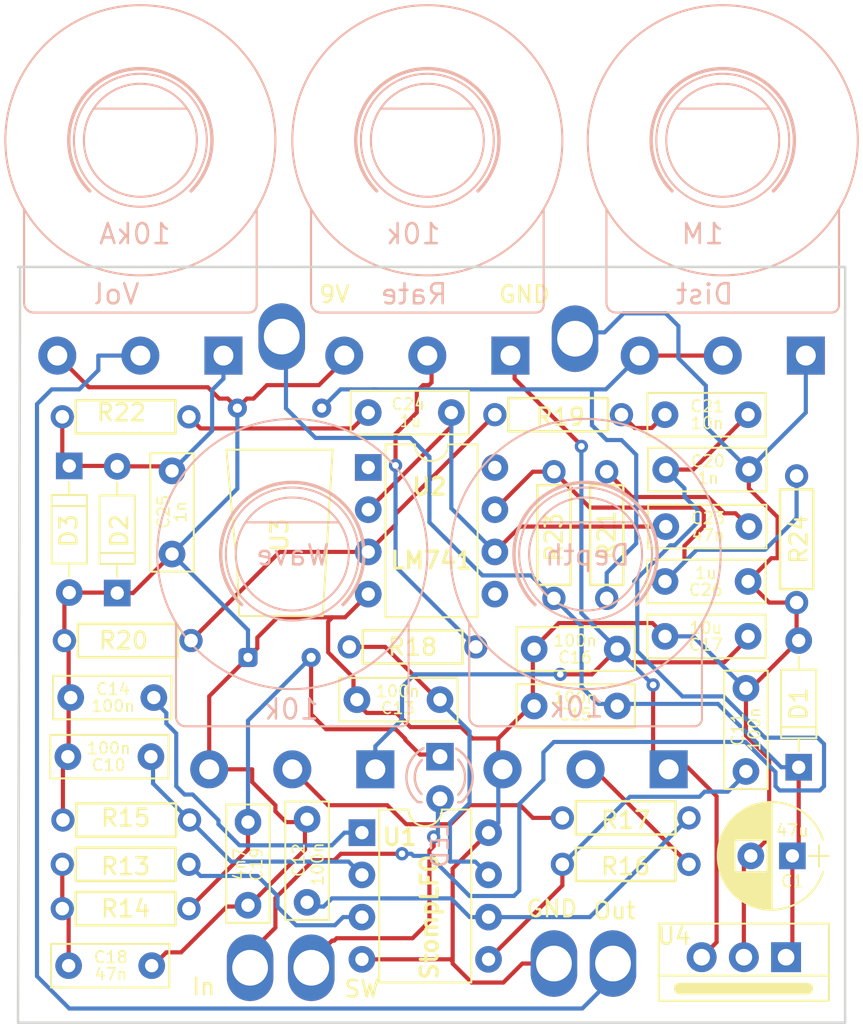
<source format=kicad_pcb>
(kicad_pcb (version 20171130) (host pcbnew "(5.0.1-3-g963ef8bb5)")

  (general
    (thickness 1.6)
    (drawings 8)
    (tracks 369)
    (zones 0)
    (modules 48)
    (nets 29)
  )

  (page A4)
  (layers
    (0 F.Cu signal hide)
    (31 B.Cu signal)
    (32 B.Adhes user hide)
    (33 F.Adhes user hide)
    (34 B.Paste user hide)
    (35 F.Paste user hide)
    (36 B.SilkS user)
    (37 F.SilkS user hide)
    (38 B.Mask user hide)
    (39 F.Mask user hide)
    (40 Dwgs.User user hide)
    (41 Cmts.User user hide)
    (42 Eco1.User user hide)
    (43 Eco2.User user hide)
    (44 Edge.Cuts user)
    (45 Margin user)
    (46 B.CrtYd user hide)
    (47 F.CrtYd user hide)
    (48 B.Fab user hide)
    (49 F.Fab user hide)
  )

  (setup
    (last_trace_width 0.25)
    (trace_clearance 0.2)
    (zone_clearance 0.508)
    (zone_45_only no)
    (trace_min 0.2)
    (segment_width 0.2)
    (edge_width 0.15)
    (via_size 0.8)
    (via_drill 0.4)
    (via_min_size 0.4)
    (via_min_drill 0.3)
    (uvia_size 0.3)
    (uvia_drill 0.1)
    (uvias_allowed no)
    (uvia_min_size 0.2)
    (uvia_min_drill 0.1)
    (pcb_text_width 0.3)
    (pcb_text_size 1.5 1.5)
    (mod_edge_width 0.15)
    (mod_text_size 1 1)
    (mod_text_width 0.15)
    (pad_size 2.286 2.286)
    (pad_drill 1.2)
    (pad_to_mask_clearance 0.051)
    (solder_mask_min_width 0.25)
    (aux_axis_origin 0 0)
    (visible_elements FFFFFF7F)
    (pcbplotparams
      (layerselection 0x010fc_ffffffff)
      (usegerberextensions false)
      (usegerberattributes false)
      (usegerberadvancedattributes false)
      (creategerberjobfile false)
      (excludeedgelayer true)
      (linewidth 0.100000)
      (plotframeref false)
      (viasonmask false)
      (mode 1)
      (useauxorigin false)
      (hpglpennumber 1)
      (hpglpenspeed 20)
      (hpglpendiameter 15.000000)
      (psnegative false)
      (psa4output false)
      (plotreference true)
      (plotvalue true)
      (plotinvisibletext false)
      (padsonsilk false)
      (subtractmaskfromsilk false)
      (outputformat 1)
      (mirror false)
      (drillshape 1)
      (scaleselection 1)
      (outputdirectory ""))
  )

  (net 0 "")
  (net 1 /PowerReg)
  (net 2 GND)
  (net 3 "Net-(C10-Pad1)")
  (net 4 "Net-(C11-Pad1)")
  (net 5 "Net-(C12-Pad1)")
  (net 6 "Net-(C13-Pad1)")
  (net 7 "Net-(C14-Pad2)")
  (net 8 /+5V)
  (net 9 "Net-(C18-Pad1)")
  (net 10 "Net-(C19-Pad1)")
  (net 11 "Net-(C20-Pad1)")
  (net 12 "Net-(C21-Pad1)")
  (net 13 "Net-(Depth1-Pad2)")
  (net 14 "Net-(R17-Pad2)")
  (net 15 "Net-(R18-Pad2)")
  (net 16 "Net-(R19-Pad1)")
  (net 17 "Net-(C23-Pad1)")
  (net 18 "Net-(C23-Pad2)")
  (net 19 "Net-(C24-Pad1)")
  (net 20 "Net-(C25-Pad2)")
  (net 21 "Net-(C26-Pad2)")
  (net 22 "Net-(Dist1-Pad2)")
  (net 23 "Net-(J2-Pad1)")
  (net 24 "Net-(R13-Pad2)")
  (net 25 "Net-(U2-Pad8)")
  (net 26 "Net-(U2-Pad5)")
  (net 27 "Net-(U2-Pad1)")
  (net 28 "Net-(J3-Pad1)")

  (net_class Default "This is the default net class."
    (clearance 0.2)
    (trace_width 0.25)
    (via_dia 0.8)
    (via_drill 0.4)
    (uvia_dia 0.3)
    (uvia_drill 0.1)
    (add_net /+5V)
    (add_net /PowerReg)
    (add_net GND)
    (add_net "Net-(C10-Pad1)")
    (add_net "Net-(C11-Pad1)")
    (add_net "Net-(C12-Pad1)")
    (add_net "Net-(C13-Pad1)")
    (add_net "Net-(C14-Pad2)")
    (add_net "Net-(C18-Pad1)")
    (add_net "Net-(C19-Pad1)")
    (add_net "Net-(C20-Pad1)")
    (add_net "Net-(C21-Pad1)")
    (add_net "Net-(C23-Pad1)")
    (add_net "Net-(C23-Pad2)")
    (add_net "Net-(C24-Pad1)")
    (add_net "Net-(C25-Pad2)")
    (add_net "Net-(C26-Pad2)")
    (add_net "Net-(Depth1-Pad2)")
    (add_net "Net-(Dist1-Pad2)")
    (add_net "Net-(J2-Pad1)")
    (add_net "Net-(J3-Pad1)")
    (add_net "Net-(R13-Pad2)")
    (add_net "Net-(R17-Pad2)")
    (add_net "Net-(R18-Pad2)")
    (add_net "Net-(R19-Pad1)")
    (add_net "Net-(U2-Pad1)")
    (add_net "Net-(U2-Pad5)")
    (add_net "Net-(U2-Pad8)")
  )

  (module 4ms-footprints:Cap_Electrolytic_TH (layer F.Cu) (tedit 594086EC) (tstamp 5D232BCC)
    (at 170.307 137.795 180)
    (descr "CP, Radial series, Radial, pin pitch=2.50mm, , diameter=6.3mm, Electrolytic Capacitor")
    (tags "CP Radial series Radial pin pitch 2.50mm  diameter 6.3mm Electrolytic Capacitor")
    (path /5CFF63ED)
    (fp_text reference C1 (at 0 -1.524 180) (layer F.SilkS)
      (effects (font (size 0.7 0.7) (thickness 0.1)))
    )
    (fp_text value 47u (at 0 1.524 180) (layer F.SilkS)
      (effects (font (size 0.7 0.7) (thickness 0.1)))
    )
    (fp_line (start -2.2 0) (end -1 0) (layer F.Fab) (width 0.1))
    (fp_line (start -1.6 -0.65) (end -1.6 0.65) (layer F.Fab) (width 0.1))
    (fp_line (start 1.25 -3.2) (end 1.25 3.2) (layer F.SilkS) (width 0.12))
    (fp_line (start 1.29 -3.2) (end 1.29 3.2) (layer F.SilkS) (width 0.12))
    (fp_line (start 1.33 -3.2) (end 1.33 3.2) (layer F.SilkS) (width 0.12))
    (fp_line (start 1.37 -3.198) (end 1.37 3.198) (layer F.SilkS) (width 0.12))
    (fp_line (start 1.41 -3.197) (end 1.41 3.197) (layer F.SilkS) (width 0.12))
    (fp_line (start 1.45 -3.194) (end 1.45 3.194) (layer F.SilkS) (width 0.12))
    (fp_line (start 1.49 -3.192) (end 1.49 3.192) (layer F.SilkS) (width 0.12))
    (fp_line (start 1.53 -3.188) (end 1.53 -0.98) (layer F.SilkS) (width 0.12))
    (fp_line (start 1.53 0.98) (end 1.53 3.188) (layer F.SilkS) (width 0.12))
    (fp_line (start 1.57 -3.185) (end 1.57 -0.98) (layer F.SilkS) (width 0.12))
    (fp_line (start 1.57 0.98) (end 1.57 3.185) (layer F.SilkS) (width 0.12))
    (fp_line (start 1.61 -3.18) (end 1.61 -0.98) (layer F.SilkS) (width 0.12))
    (fp_line (start 1.61 0.98) (end 1.61 3.18) (layer F.SilkS) (width 0.12))
    (fp_line (start 1.65 -3.176) (end 1.65 -0.98) (layer F.SilkS) (width 0.12))
    (fp_line (start 1.65 0.98) (end 1.65 3.176) (layer F.SilkS) (width 0.12))
    (fp_line (start 1.69 -3.17) (end 1.69 -0.98) (layer F.SilkS) (width 0.12))
    (fp_line (start 1.69 0.98) (end 1.69 3.17) (layer F.SilkS) (width 0.12))
    (fp_line (start 1.73 -3.165) (end 1.73 -0.98) (layer F.SilkS) (width 0.12))
    (fp_line (start 1.73 0.98) (end 1.73 3.165) (layer F.SilkS) (width 0.12))
    (fp_line (start 1.77 -3.158) (end 1.77 -0.98) (layer F.SilkS) (width 0.12))
    (fp_line (start 1.77 0.98) (end 1.77 3.158) (layer F.SilkS) (width 0.12))
    (fp_line (start 1.81 -3.152) (end 1.81 -0.98) (layer F.SilkS) (width 0.12))
    (fp_line (start 1.81 0.98) (end 1.81 3.152) (layer F.SilkS) (width 0.12))
    (fp_line (start 1.85 -3.144) (end 1.85 -0.98) (layer F.SilkS) (width 0.12))
    (fp_line (start 1.85 0.98) (end 1.85 3.144) (layer F.SilkS) (width 0.12))
    (fp_line (start 1.89 -3.137) (end 1.89 -0.98) (layer F.SilkS) (width 0.12))
    (fp_line (start 1.89 0.98) (end 1.89 3.137) (layer F.SilkS) (width 0.12))
    (fp_line (start 1.93 -3.128) (end 1.93 -0.98) (layer F.SilkS) (width 0.12))
    (fp_line (start 1.93 0.98) (end 1.93 3.128) (layer F.SilkS) (width 0.12))
    (fp_line (start 1.971 -3.119) (end 1.971 -0.98) (layer F.SilkS) (width 0.12))
    (fp_line (start 1.971 0.98) (end 1.971 3.119) (layer F.SilkS) (width 0.12))
    (fp_line (start 2.011 -3.11) (end 2.011 -0.98) (layer F.SilkS) (width 0.12))
    (fp_line (start 2.011 0.98) (end 2.011 3.11) (layer F.SilkS) (width 0.12))
    (fp_line (start 2.051 -3.1) (end 2.051 -0.98) (layer F.SilkS) (width 0.12))
    (fp_line (start 2.051 0.98) (end 2.051 3.1) (layer F.SilkS) (width 0.12))
    (fp_line (start 2.091 -3.09) (end 2.091 -0.98) (layer F.SilkS) (width 0.12))
    (fp_line (start 2.091 0.98) (end 2.091 3.09) (layer F.SilkS) (width 0.12))
    (fp_line (start 2.131 -3.079) (end 2.131 -0.98) (layer F.SilkS) (width 0.12))
    (fp_line (start 2.131 0.98) (end 2.131 3.079) (layer F.SilkS) (width 0.12))
    (fp_line (start 2.171 -3.067) (end 2.171 -0.98) (layer F.SilkS) (width 0.12))
    (fp_line (start 2.171 0.98) (end 2.171 3.067) (layer F.SilkS) (width 0.12))
    (fp_line (start 2.211 -3.055) (end 2.211 -0.98) (layer F.SilkS) (width 0.12))
    (fp_line (start 2.211 0.98) (end 2.211 3.055) (layer F.SilkS) (width 0.12))
    (fp_line (start 2.251 -3.042) (end 2.251 -0.98) (layer F.SilkS) (width 0.12))
    (fp_line (start 2.251 0.98) (end 2.251 3.042) (layer F.SilkS) (width 0.12))
    (fp_line (start 2.291 -3.029) (end 2.291 -0.98) (layer F.SilkS) (width 0.12))
    (fp_line (start 2.291 0.98) (end 2.291 3.029) (layer F.SilkS) (width 0.12))
    (fp_line (start 2.331 -3.015) (end 2.331 -0.98) (layer F.SilkS) (width 0.12))
    (fp_line (start 2.331 0.98) (end 2.331 3.015) (layer F.SilkS) (width 0.12))
    (fp_line (start 2.371 -3.001) (end 2.371 -0.98) (layer F.SilkS) (width 0.12))
    (fp_line (start 2.371 0.98) (end 2.371 3.001) (layer F.SilkS) (width 0.12))
    (fp_line (start 2.411 -2.986) (end 2.411 -0.98) (layer F.SilkS) (width 0.12))
    (fp_line (start 2.411 0.98) (end 2.411 2.986) (layer F.SilkS) (width 0.12))
    (fp_line (start 2.451 -2.97) (end 2.451 -0.98) (layer F.SilkS) (width 0.12))
    (fp_line (start 2.451 0.98) (end 2.451 2.97) (layer F.SilkS) (width 0.12))
    (fp_line (start 2.491 -2.954) (end 2.491 -0.98) (layer F.SilkS) (width 0.12))
    (fp_line (start 2.491 0.98) (end 2.491 2.954) (layer F.SilkS) (width 0.12))
    (fp_line (start 2.531 -2.937) (end 2.531 -0.98) (layer F.SilkS) (width 0.12))
    (fp_line (start 2.531 0.98) (end 2.531 2.937) (layer F.SilkS) (width 0.12))
    (fp_line (start 2.571 -2.919) (end 2.571 -0.98) (layer F.SilkS) (width 0.12))
    (fp_line (start 2.571 0.98) (end 2.571 2.919) (layer F.SilkS) (width 0.12))
    (fp_line (start 2.611 -2.901) (end 2.611 -0.98) (layer F.SilkS) (width 0.12))
    (fp_line (start 2.611 0.98) (end 2.611 2.901) (layer F.SilkS) (width 0.12))
    (fp_line (start 2.651 -2.882) (end 2.651 -0.98) (layer F.SilkS) (width 0.12))
    (fp_line (start 2.651 0.98) (end 2.651 2.882) (layer F.SilkS) (width 0.12))
    (fp_line (start 2.691 -2.863) (end 2.691 -0.98) (layer F.SilkS) (width 0.12))
    (fp_line (start 2.691 0.98) (end 2.691 2.863) (layer F.SilkS) (width 0.12))
    (fp_line (start 2.731 -2.843) (end 2.731 -0.98) (layer F.SilkS) (width 0.12))
    (fp_line (start 2.731 0.98) (end 2.731 2.843) (layer F.SilkS) (width 0.12))
    (fp_line (start 2.771 -2.822) (end 2.771 -0.98) (layer F.SilkS) (width 0.12))
    (fp_line (start 2.771 0.98) (end 2.771 2.822) (layer F.SilkS) (width 0.12))
    (fp_line (start 2.811 -2.8) (end 2.811 -0.98) (layer F.SilkS) (width 0.12))
    (fp_line (start 2.811 0.98) (end 2.811 2.8) (layer F.SilkS) (width 0.12))
    (fp_line (start 2.851 -2.778) (end 2.851 -0.98) (layer F.SilkS) (width 0.12))
    (fp_line (start 2.851 0.98) (end 2.851 2.778) (layer F.SilkS) (width 0.12))
    (fp_line (start 2.891 -2.755) (end 2.891 -0.98) (layer F.SilkS) (width 0.12))
    (fp_line (start 2.891 0.98) (end 2.891 2.755) (layer F.SilkS) (width 0.12))
    (fp_line (start 2.931 -2.731) (end 2.931 -0.98) (layer F.SilkS) (width 0.12))
    (fp_line (start 2.931 0.98) (end 2.931 2.731) (layer F.SilkS) (width 0.12))
    (fp_line (start 2.971 -2.706) (end 2.971 -0.98) (layer F.SilkS) (width 0.12))
    (fp_line (start 2.971 0.98) (end 2.971 2.706) (layer F.SilkS) (width 0.12))
    (fp_line (start 3.011 -2.681) (end 3.011 -0.98) (layer F.SilkS) (width 0.12))
    (fp_line (start 3.011 0.98) (end 3.011 2.681) (layer F.SilkS) (width 0.12))
    (fp_line (start 3.051 -2.654) (end 3.051 -0.98) (layer F.SilkS) (width 0.12))
    (fp_line (start 3.051 0.98) (end 3.051 2.654) (layer F.SilkS) (width 0.12))
    (fp_line (start 3.091 -2.627) (end 3.091 -0.98) (layer F.SilkS) (width 0.12))
    (fp_line (start 3.091 0.98) (end 3.091 2.627) (layer F.SilkS) (width 0.12))
    (fp_line (start 3.131 -2.599) (end 3.131 -0.98) (layer F.SilkS) (width 0.12))
    (fp_line (start 3.131 0.98) (end 3.131 2.599) (layer F.SilkS) (width 0.12))
    (fp_line (start 3.171 -2.57) (end 3.171 -0.98) (layer F.SilkS) (width 0.12))
    (fp_line (start 3.171 0.98) (end 3.171 2.57) (layer F.SilkS) (width 0.12))
    (fp_line (start 3.211 -2.54) (end 3.211 -0.98) (layer F.SilkS) (width 0.12))
    (fp_line (start 3.211 0.98) (end 3.211 2.54) (layer F.SilkS) (width 0.12))
    (fp_line (start 3.251 -2.51) (end 3.251 -0.98) (layer F.SilkS) (width 0.12))
    (fp_line (start 3.251 0.98) (end 3.251 2.51) (layer F.SilkS) (width 0.12))
    (fp_line (start 3.291 -2.478) (end 3.291 -0.98) (layer F.SilkS) (width 0.12))
    (fp_line (start 3.291 0.98) (end 3.291 2.478) (layer F.SilkS) (width 0.12))
    (fp_line (start 3.331 -2.445) (end 3.331 -0.98) (layer F.SilkS) (width 0.12))
    (fp_line (start 3.331 0.98) (end 3.331 2.445) (layer F.SilkS) (width 0.12))
    (fp_line (start 3.371 -2.411) (end 3.371 -0.98) (layer F.SilkS) (width 0.12))
    (fp_line (start 3.371 0.98) (end 3.371 2.411) (layer F.SilkS) (width 0.12))
    (fp_line (start 3.411 -2.375) (end 3.411 -0.98) (layer F.SilkS) (width 0.12))
    (fp_line (start 3.411 0.98) (end 3.411 2.375) (layer F.SilkS) (width 0.12))
    (fp_line (start 3.451 -2.339) (end 3.451 -0.98) (layer F.SilkS) (width 0.12))
    (fp_line (start 3.451 0.98) (end 3.451 2.339) (layer F.SilkS) (width 0.12))
    (fp_line (start 3.491 -2.301) (end 3.491 2.301) (layer F.SilkS) (width 0.12))
    (fp_line (start 3.531 -2.262) (end 3.531 2.262) (layer F.SilkS) (width 0.12))
    (fp_line (start 3.571 -2.222) (end 3.571 2.222) (layer F.SilkS) (width 0.12))
    (fp_line (start 3.611 -2.18) (end 3.611 2.18) (layer F.SilkS) (width 0.12))
    (fp_line (start 3.651 -2.137) (end 3.651 2.137) (layer F.SilkS) (width 0.12))
    (fp_line (start 3.691 -2.092) (end 3.691 2.092) (layer F.SilkS) (width 0.12))
    (fp_line (start 3.731 -2.045) (end 3.731 2.045) (layer F.SilkS) (width 0.12))
    (fp_line (start 3.771 -1.997) (end 3.771 1.997) (layer F.SilkS) (width 0.12))
    (fp_line (start 3.811 -1.946) (end 3.811 1.946) (layer F.SilkS) (width 0.12))
    (fp_line (start 3.851 -1.894) (end 3.851 1.894) (layer F.SilkS) (width 0.12))
    (fp_line (start 3.891 -1.839) (end 3.891 1.839) (layer F.SilkS) (width 0.12))
    (fp_line (start 3.931 -1.781) (end 3.931 1.781) (layer F.SilkS) (width 0.12))
    (fp_line (start 3.971 -1.721) (end 3.971 1.721) (layer F.SilkS) (width 0.12))
    (fp_line (start 4.011 -1.658) (end 4.011 1.658) (layer F.SilkS) (width 0.12))
    (fp_line (start 4.051 -1.591) (end 4.051 1.591) (layer F.SilkS) (width 0.12))
    (fp_line (start 4.091 -1.52) (end 4.091 1.52) (layer F.SilkS) (width 0.12))
    (fp_line (start 4.131 -1.445) (end 4.131 1.445) (layer F.SilkS) (width 0.12))
    (fp_line (start 4.171 -1.364) (end 4.171 1.364) (layer F.SilkS) (width 0.12))
    (fp_line (start 4.211 -1.278) (end 4.211 1.278) (layer F.SilkS) (width 0.12))
    (fp_line (start 4.251 -1.184) (end 4.251 1.184) (layer F.SilkS) (width 0.12))
    (fp_line (start 4.291 -1.081) (end 4.291 1.081) (layer F.SilkS) (width 0.12))
    (fp_line (start 4.331 -0.966) (end 4.331 0.966) (layer F.SilkS) (width 0.12))
    (fp_line (start 4.371 -0.834) (end 4.371 0.834) (layer F.SilkS) (width 0.12))
    (fp_line (start 4.411 -0.676) (end 4.411 0.676) (layer F.SilkS) (width 0.12))
    (fp_line (start 4.451 -0.468) (end 4.451 0.468) (layer F.SilkS) (width 0.12))
    (fp_line (start -2.2 0) (end -1 0) (layer F.SilkS) (width 0.12))
    (fp_line (start -1.6 -0.65) (end -1.6 0.65) (layer F.SilkS) (width 0.12))
    (fp_line (start -2.25 -3.5) (end -2.25 3.5) (layer F.CrtYd) (width 0.05))
    (fp_line (start -2.25 3.5) (end 4.75 3.5) (layer F.CrtYd) (width 0.05))
    (fp_line (start 4.75 3.5) (end 4.75 -3.5) (layer F.CrtYd) (width 0.05))
    (fp_line (start 4.75 -3.5) (end -2.25 -3.5) (layer F.CrtYd) (width 0.05))
    (fp_circle (center 1.25 0) (end 4.4 0) (layer F.Fab) (width 0.1))
    (fp_arc (start 1.25 0) (end -1.838236 -0.98) (angle 144.8) (layer F.SilkS) (width 0.12))
    (fp_arc (start 1.25 0) (end -1.838236 0.98) (angle -144.8) (layer F.SilkS) (width 0.12))
    (fp_arc (start 1.25 0) (end 4.338236 -0.98) (angle 35.2) (layer F.SilkS) (width 0.12))
    (pad 1 thru_hole rect (at 0 0 180) (size 1.6 1.6) (drill 0.8) (layers *.Cu *.Mask)
      (net 1 /PowerReg))
    (pad 2 thru_hole circle (at 2.5 0 180) (size 1.6 1.6) (drill 0.8) (layers *.Cu *.Mask)
      (net 2 GND))
    (model ${KISYS3DMOD}/Capacitors_THT.3dshapes/CP_Radial_D6.3mm_P2.50mm.wrl
      (at (xyz 0 0 0))
      (scale (xyz 0.393701 0.393701 0.393701))
      (rotate (xyz 0 0 0))
    )
  )

  (module 4ms-footprints:Cap_Ceramic_TH (layer F.Cu) (tedit 593AF7BD) (tstamp 5D232C74)
    (at 162.687 114.554)
    (descr "C, Disc series, Radial, pin pitch=5.00mm, , diameter*width=7*2.5mm^2, Capacitor, http://cdn-reichelt.de/documents/datenblatt/B300/DS_KERKO_TC.pdf")
    (tags "C Disc series Radial pin pitch 5.00mm  diameter 7mm width 2.5mm Capacitor")
    (path /5D22E675)
    (fp_text reference C20 (at 2.54 -0.508) (layer F.SilkS)
      (effects (font (size 0.7 0.7) (thickness 0.1)))
    )
    (fp_text value 1n (at 2.54 0.508) (layer F.SilkS)
      (effects (font (size 0.7 0.7) (thickness 0.1)))
    )
    (fp_line (start -1 -1.25) (end -1 1.25) (layer F.Fab) (width 0.1))
    (fp_line (start -1 1.25) (end 6 1.25) (layer F.Fab) (width 0.1))
    (fp_line (start 6 1.25) (end 6 -1.25) (layer F.Fab) (width 0.1))
    (fp_line (start 6 -1.25) (end -1 -1.25) (layer F.Fab) (width 0.1))
    (fp_line (start -1.06 -1.31) (end 6.06 -1.31) (layer F.SilkS) (width 0.12))
    (fp_line (start -1.06 1.31) (end 6.06 1.31) (layer F.SilkS) (width 0.12))
    (fp_line (start -1.06 -1.31) (end -1.06 1.31) (layer F.SilkS) (width 0.12))
    (fp_line (start 6.06 -1.31) (end 6.06 1.31) (layer F.SilkS) (width 0.12))
    (fp_line (start -1.35 -1.6) (end -1.35 1.6) (layer F.CrtYd) (width 0.05))
    (fp_line (start -1.35 1.6) (end 6.35 1.6) (layer F.CrtYd) (width 0.05))
    (fp_line (start 6.35 1.6) (end 6.35 -1.6) (layer F.CrtYd) (width 0.05))
    (fp_line (start 6.35 -1.6) (end -1.35 -1.6) (layer F.CrtYd) (width 0.05))
    (pad 1 thru_hole circle (at 0 0) (size 1.6 1.6) (drill 0.8) (layers *.Cu *.Mask)
      (net 11 "Net-(C20-Pad1)"))
    (pad 2 thru_hole circle (at 5 0) (size 1.6 1.6) (drill 0.8) (layers *.Cu *.Mask)
      (net 2 GND))
    (model ${KISYS3DMOD}/Capacitors_THT.3dshapes/C_Disc_D7.0mm_W2.5mm_P5.00mm.wrl
      (at (xyz 0 0 0))
      (scale (xyz 0.393701 0.393701 0.393701))
      (rotate (xyz 0 0 0))
    )
  )

  (module 4ms-footprints:Cap_Ceramic_TH (layer F.Cu) (tedit 593AF7BD) (tstamp 5D232C86)
    (at 162.64 111.252)
    (descr "C, Disc series, Radial, pin pitch=5.00mm, , diameter*width=7*2.5mm^2, Capacitor, http://cdn-reichelt.de/documents/datenblatt/B300/DS_KERKO_TC.pdf")
    (tags "C Disc series Radial pin pitch 5.00mm  diameter 7mm width 2.5mm Capacitor")
    (path /5D22EA7B)
    (fp_text reference C21 (at 2.54 -0.508) (layer F.SilkS)
      (effects (font (size 0.7 0.7) (thickness 0.1)))
    )
    (fp_text value 10n (at 2.54 0.508) (layer F.SilkS)
      (effects (font (size 0.7 0.7) (thickness 0.1)))
    )
    (fp_line (start 6.35 -1.6) (end -1.35 -1.6) (layer F.CrtYd) (width 0.05))
    (fp_line (start 6.35 1.6) (end 6.35 -1.6) (layer F.CrtYd) (width 0.05))
    (fp_line (start -1.35 1.6) (end 6.35 1.6) (layer F.CrtYd) (width 0.05))
    (fp_line (start -1.35 -1.6) (end -1.35 1.6) (layer F.CrtYd) (width 0.05))
    (fp_line (start 6.06 -1.31) (end 6.06 1.31) (layer F.SilkS) (width 0.12))
    (fp_line (start -1.06 -1.31) (end -1.06 1.31) (layer F.SilkS) (width 0.12))
    (fp_line (start -1.06 1.31) (end 6.06 1.31) (layer F.SilkS) (width 0.12))
    (fp_line (start -1.06 -1.31) (end 6.06 -1.31) (layer F.SilkS) (width 0.12))
    (fp_line (start 6 -1.25) (end -1 -1.25) (layer F.Fab) (width 0.1))
    (fp_line (start 6 1.25) (end 6 -1.25) (layer F.Fab) (width 0.1))
    (fp_line (start -1 1.25) (end 6 1.25) (layer F.Fab) (width 0.1))
    (fp_line (start -1 -1.25) (end -1 1.25) (layer F.Fab) (width 0.1))
    (pad 2 thru_hole circle (at 5 0) (size 1.6 1.6) (drill 0.8) (layers *.Cu *.Mask)
      (net 11 "Net-(C20-Pad1)"))
    (pad 1 thru_hole circle (at 0 0) (size 1.6 1.6) (drill 0.8) (layers *.Cu *.Mask)
      (net 12 "Net-(C21-Pad1)"))
    (model ${KISYS3DMOD}/Capacitors_THT.3dshapes/C_Disc_D7.0mm_W2.5mm_P5.00mm.wrl
      (at (xyz 0 0 0))
      (scale (xyz 0.393701 0.393701 0.393701))
      (rotate (xyz 0 0 0))
    )
  )

  (module 4ms-footprints:Cap_Ceramic_TH (layer F.Cu) (tedit 593AF7BD) (tstamp 5D232C98)
    (at 162.687 117.983)
    (descr "C, Disc series, Radial, pin pitch=5.00mm, , diameter*width=7*2.5mm^2, Capacitor, http://cdn-reichelt.de/documents/datenblatt/B300/DS_KERKO_TC.pdf")
    (tags "C Disc series Radial pin pitch 5.00mm  diameter 7mm width 2.5mm Capacitor")
    (path /5D22EFD9)
    (fp_text reference C23 (at 2.54 -0.508) (layer F.SilkS)
      (effects (font (size 0.7 0.7) (thickness 0.1)))
    )
    (fp_text value 47n (at 2.54 0.508) (layer F.SilkS)
      (effects (font (size 0.7 0.7) (thickness 0.1)))
    )
    (fp_line (start -1 -1.25) (end -1 1.25) (layer F.Fab) (width 0.1))
    (fp_line (start -1 1.25) (end 6 1.25) (layer F.Fab) (width 0.1))
    (fp_line (start 6 1.25) (end 6 -1.25) (layer F.Fab) (width 0.1))
    (fp_line (start 6 -1.25) (end -1 -1.25) (layer F.Fab) (width 0.1))
    (fp_line (start -1.06 -1.31) (end 6.06 -1.31) (layer F.SilkS) (width 0.12))
    (fp_line (start -1.06 1.31) (end 6.06 1.31) (layer F.SilkS) (width 0.12))
    (fp_line (start -1.06 -1.31) (end -1.06 1.31) (layer F.SilkS) (width 0.12))
    (fp_line (start 6.06 -1.31) (end 6.06 1.31) (layer F.SilkS) (width 0.12))
    (fp_line (start -1.35 -1.6) (end -1.35 1.6) (layer F.CrtYd) (width 0.05))
    (fp_line (start -1.35 1.6) (end 6.35 1.6) (layer F.CrtYd) (width 0.05))
    (fp_line (start 6.35 1.6) (end 6.35 -1.6) (layer F.CrtYd) (width 0.05))
    (fp_line (start 6.35 -1.6) (end -1.35 -1.6) (layer F.CrtYd) (width 0.05))
    (pad 1 thru_hole circle (at 0 0) (size 1.6 1.6) (drill 0.8) (layers *.Cu *.Mask)
      (net 17 "Net-(C23-Pad1)"))
    (pad 2 thru_hole circle (at 5 0) (size 1.6 1.6) (drill 0.8) (layers *.Cu *.Mask)
      (net 18 "Net-(C23-Pad2)"))
    (model ${KISYS3DMOD}/Capacitors_THT.3dshapes/C_Disc_D7.0mm_W2.5mm_P5.00mm.wrl
      (at (xyz 0 0 0))
      (scale (xyz 0.393701 0.393701 0.393701))
      (rotate (xyz 0 0 0))
    )
  )

  (module 4ms-footprints:Cap_Ceramic_TH (layer F.Cu) (tedit 593AF7BD) (tstamp 5D232CAA)
    (at 144.78 111.125)
    (descr "C, Disc series, Radial, pin pitch=5.00mm, , diameter*width=7*2.5mm^2, Capacitor, http://cdn-reichelt.de/documents/datenblatt/B300/DS_KERKO_TC.pdf")
    (tags "C Disc series Radial pin pitch 5.00mm  diameter 7mm width 2.5mm Capacitor")
    (path /5D23A0B3)
    (fp_text reference C24 (at 2.413 -0.508) (layer F.SilkS)
      (effects (font (size 0.7 0.7) (thickness 0.1)))
    )
    (fp_text value 1u (at 2.54 0.508) (layer F.SilkS)
      (effects (font (size 0.7 0.7) (thickness 0.1)))
    )
    (fp_line (start 6.35 -1.6) (end -1.35 -1.6) (layer F.CrtYd) (width 0.05))
    (fp_line (start 6.35 1.6) (end 6.35 -1.6) (layer F.CrtYd) (width 0.05))
    (fp_line (start -1.35 1.6) (end 6.35 1.6) (layer F.CrtYd) (width 0.05))
    (fp_line (start -1.35 -1.6) (end -1.35 1.6) (layer F.CrtYd) (width 0.05))
    (fp_line (start 6.06 -1.31) (end 6.06 1.31) (layer F.SilkS) (width 0.12))
    (fp_line (start -1.06 -1.31) (end -1.06 1.31) (layer F.SilkS) (width 0.12))
    (fp_line (start -1.06 1.31) (end 6.06 1.31) (layer F.SilkS) (width 0.12))
    (fp_line (start -1.06 -1.31) (end 6.06 -1.31) (layer F.SilkS) (width 0.12))
    (fp_line (start 6 -1.25) (end -1 -1.25) (layer F.Fab) (width 0.1))
    (fp_line (start 6 1.25) (end 6 -1.25) (layer F.Fab) (width 0.1))
    (fp_line (start -1 1.25) (end 6 1.25) (layer F.Fab) (width 0.1))
    (fp_line (start -1 -1.25) (end -1 1.25) (layer F.Fab) (width 0.1))
    (pad 2 thru_hole circle (at 5 0) (size 1.6 1.6) (drill 0.8) (layers *.Cu *.Mask)
      (net 17 "Net-(C23-Pad1)"))
    (pad 1 thru_hole circle (at 0 0) (size 1.6 1.6) (drill 0.8) (layers *.Cu *.Mask)
      (net 19 "Net-(C24-Pad1)"))
    (model ${KISYS3DMOD}/Capacitors_THT.3dshapes/C_Disc_D7.0mm_W2.5mm_P5.00mm.wrl
      (at (xyz 0 0 0))
      (scale (xyz 0.393701 0.393701 0.393701))
      (rotate (xyz 0 0 0))
    )
  )

  (module 4ms-footprints:Cap_Ceramic_TH (layer F.Cu) (tedit 593AF7BD) (tstamp 5D232CBC)
    (at 132.969 119.634 90)
    (descr "C, Disc series, Radial, pin pitch=5.00mm, , diameter*width=7*2.5mm^2, Capacitor, http://cdn-reichelt.de/documents/datenblatt/B300/DS_KERKO_TC.pdf")
    (tags "C Disc series Radial pin pitch 5.00mm  diameter 7mm width 2.5mm Capacitor")
    (path /5D23B0FD)
    (fp_text reference C25 (at 2.54 -0.508 90) (layer F.SilkS)
      (effects (font (size 0.7 0.7) (thickness 0.1)))
    )
    (fp_text value 1n (at 2.54 0.508 90) (layer F.SilkS)
      (effects (font (size 0.7 0.7) (thickness 0.1)))
    )
    (fp_line (start -1 -1.25) (end -1 1.25) (layer F.Fab) (width 0.1))
    (fp_line (start -1 1.25) (end 6 1.25) (layer F.Fab) (width 0.1))
    (fp_line (start 6 1.25) (end 6 -1.25) (layer F.Fab) (width 0.1))
    (fp_line (start 6 -1.25) (end -1 -1.25) (layer F.Fab) (width 0.1))
    (fp_line (start -1.06 -1.31) (end 6.06 -1.31) (layer F.SilkS) (width 0.12))
    (fp_line (start -1.06 1.31) (end 6.06 1.31) (layer F.SilkS) (width 0.12))
    (fp_line (start -1.06 -1.31) (end -1.06 1.31) (layer F.SilkS) (width 0.12))
    (fp_line (start 6.06 -1.31) (end 6.06 1.31) (layer F.SilkS) (width 0.12))
    (fp_line (start -1.35 -1.6) (end -1.35 1.6) (layer F.CrtYd) (width 0.05))
    (fp_line (start -1.35 1.6) (end 6.35 1.6) (layer F.CrtYd) (width 0.05))
    (fp_line (start 6.35 1.6) (end 6.35 -1.6) (layer F.CrtYd) (width 0.05))
    (fp_line (start 6.35 -1.6) (end -1.35 -1.6) (layer F.CrtYd) (width 0.05))
    (pad 1 thru_hole circle (at 0 0 90) (size 1.6 1.6) (drill 0.8) (layers *.Cu *.Mask)
      (net 2 GND))
    (pad 2 thru_hole circle (at 5 0 90) (size 1.6 1.6) (drill 0.8) (layers *.Cu *.Mask)
      (net 20 "Net-(C25-Pad2)"))
    (model ${KISYS3DMOD}/Capacitors_THT.3dshapes/C_Disc_D7.0mm_W2.5mm_P5.00mm.wrl
      (at (xyz 0 0 0))
      (scale (xyz 0.393701 0.393701 0.393701))
      (rotate (xyz 0 0 0))
    )
  )

  (module 4ms-footprints:Cap_Ceramic_TH (layer F.Cu) (tedit 593AF7BD) (tstamp 5D232CCE)
    (at 167.64 121.285 180)
    (descr "C, Disc series, Radial, pin pitch=5.00mm, , diameter*width=7*2.5mm^2, Capacitor, http://cdn-reichelt.de/documents/datenblatt/B300/DS_KERKO_TC.pdf")
    (tags "C Disc series Radial pin pitch 5.00mm  diameter 7mm width 2.5mm Capacitor")
    (path /5D24F8FF)
    (fp_text reference C26 (at 2.54 -0.508 180) (layer F.SilkS)
      (effects (font (size 0.7 0.7) (thickness 0.1)))
    )
    (fp_text value 1u (at 2.54 0.508 180) (layer F.SilkS)
      (effects (font (size 0.7 0.7) (thickness 0.1)))
    )
    (fp_line (start 6.35 -1.6) (end -1.35 -1.6) (layer F.CrtYd) (width 0.05))
    (fp_line (start 6.35 1.6) (end 6.35 -1.6) (layer F.CrtYd) (width 0.05))
    (fp_line (start -1.35 1.6) (end 6.35 1.6) (layer F.CrtYd) (width 0.05))
    (fp_line (start -1.35 -1.6) (end -1.35 1.6) (layer F.CrtYd) (width 0.05))
    (fp_line (start 6.06 -1.31) (end 6.06 1.31) (layer F.SilkS) (width 0.12))
    (fp_line (start -1.06 -1.31) (end -1.06 1.31) (layer F.SilkS) (width 0.12))
    (fp_line (start -1.06 1.31) (end 6.06 1.31) (layer F.SilkS) (width 0.12))
    (fp_line (start -1.06 -1.31) (end 6.06 -1.31) (layer F.SilkS) (width 0.12))
    (fp_line (start 6 -1.25) (end -1 -1.25) (layer F.Fab) (width 0.1))
    (fp_line (start 6 1.25) (end 6 -1.25) (layer F.Fab) (width 0.1))
    (fp_line (start -1 1.25) (end 6 1.25) (layer F.Fab) (width 0.1))
    (fp_line (start -1 -1.25) (end -1 1.25) (layer F.Fab) (width 0.1))
    (pad 2 thru_hole circle (at 5 0 180) (size 1.6 1.6) (drill 0.8) (layers *.Cu *.Mask)
      (net 21 "Net-(C26-Pad2)"))
    (pad 1 thru_hole circle (at 0 0 180) (size 1.6 1.6) (drill 0.8) (layers *.Cu *.Mask)
      (net 2 GND))
    (model ${KISYS3DMOD}/Capacitors_THT.3dshapes/C_Disc_D7.0mm_W2.5mm_P5.00mm.wrl
      (at (xyz 0 0 0))
      (scale (xyz 0.393701 0.393701 0.393701))
      (rotate (xyz 0 0 0))
    )
  )

  (module 4ms_Diode:D_DO-35_P7.62mm_Horizontal (layer F.Cu) (tedit 5D22B099) (tstamp 5D232CDF)
    (at 170.688 128.651 90)
    (descr "D, DO-35_SOD27 series, Axial, Horizontal, pin pitch=7.62mm, , length*diameter=4*2mm^2, , http://www.diodes.com/_files/packages/DO-35.pdf")
    (tags "D DO-35_SOD27 series Axial Horizontal pin pitch 7.62mm  length 4mm diameter 2mm")
    (path /5CFF6E95)
    (fp_text reference D1 (at 0 0 90) (layer F.SilkS)
      (effects (font (size 1.016 1.016) (thickness 0.1524)))
    )
    (fp_text value "" (at 0 2.06 90) (layer F.SilkS)
      (effects (font (size 1.016 1.016) (thickness 0.1524)))
    )
    (fp_line (start 4.89 -1.31) (end -4.86 -1.31) (layer F.CrtYd) (width 0.05))
    (fp_line (start 4.89 1.31) (end 4.89 -1.31) (layer F.CrtYd) (width 0.05))
    (fp_line (start -4.86 1.31) (end 4.89 1.31) (layer F.CrtYd) (width 0.05))
    (fp_line (start -4.86 -1.31) (end -4.86 1.31) (layer F.CrtYd) (width 0.05))
    (fp_line (start -1.4 -1.06) (end -1.4 1.06) (layer F.SilkS) (width 0.12))
    (fp_line (start 2.83 0) (end 2.06 0) (layer F.SilkS) (width 0.12))
    (fp_line (start -2.83 0) (end -2.06 0) (layer F.SilkS) (width 0.12))
    (fp_line (start 2.06 -1.06) (end -2.06 -1.06) (layer F.SilkS) (width 0.12))
    (fp_line (start 2.06 1.06) (end 2.06 -1.06) (layer F.SilkS) (width 0.12))
    (fp_line (start -2.06 1.06) (end 2.06 1.06) (layer F.SilkS) (width 0.12))
    (fp_line (start -2.06 -1.06) (end -2.06 1.06) (layer F.SilkS) (width 0.12))
    (pad 2 thru_hole oval (at 3.81 0 90) (size 1.6 1.6) (drill 0.8) (layers *.Cu *.Mask)
      (net 2 GND))
    (pad 1 thru_hole rect (at -3.81 0 90) (size 1.6 1.6) (drill 0.8) (layers *.Cu *.Mask)
      (net 1 /PowerReg))
    (model ${KISYS3DMOD}/Diodes_THT.3dshapes/D_DO-35_SOD27_P7.62mm_Horizontal.wrl
      (offset (xyz -3.937 0 0))
      (scale (xyz 0.3937 0.3937 0.3937))
      (rotate (xyz 0 0 0))
    )
  )

  (module 4ms_Diode:D_DO-35_P7.62mm_Horizontal (layer F.Cu) (tedit 5D22B050) (tstamp 5D232CF0)
    (at 126.783845 118.144233 270)
    (descr "D, DO-35_SOD27 series, Axial, Horizontal, pin pitch=7.62mm, , length*diameter=4*2mm^2, , http://www.diodes.com/_files/packages/DO-35.pdf")
    (tags "D DO-35_SOD27 series Axial Horizontal pin pitch 7.62mm  length 4mm diameter 2mm")
    (path /5D23B7F5)
    (fp_text reference D2 (at 0.092767 -3.010155 270) (layer F.SilkS)
      (effects (font (size 1.016 1.016) (thickness 0.1524)))
    )
    (fp_text value "" (at 0 2.06 270) (layer F.SilkS)
      (effects (font (size 1.016 1.016) (thickness 0.1524)))
    )
    (fp_line (start 4.89 -1.31) (end -4.86 -1.31) (layer F.CrtYd) (width 0.05))
    (fp_line (start 4.89 1.31) (end 4.89 -1.31) (layer F.CrtYd) (width 0.05))
    (fp_line (start -4.86 1.31) (end 4.89 1.31) (layer F.CrtYd) (width 0.05))
    (fp_line (start -4.86 -1.31) (end -4.86 1.31) (layer F.CrtYd) (width 0.05))
    (fp_line (start -1.4 -1.06) (end -1.4 1.06) (layer F.SilkS) (width 0.12))
    (fp_line (start 2.83 0) (end 2.06 0) (layer F.SilkS) (width 0.12))
    (fp_line (start -2.83 0) (end -2.06 0) (layer F.SilkS) (width 0.12))
    (fp_line (start 2.06 -1.06) (end -2.06 -1.06) (layer F.SilkS) (width 0.12))
    (fp_line (start 2.06 1.06) (end 2.06 -1.06) (layer F.SilkS) (width 0.12))
    (fp_line (start -2.06 1.06) (end 2.06 1.06) (layer F.SilkS) (width 0.12))
    (fp_line (start -2.06 -1.06) (end -2.06 1.06) (layer F.SilkS) (width 0.12))
    (pad 2 thru_hole oval (at 3.81 0 270) (size 1.6 1.6) (drill 0.8) (layers *.Cu *.Mask)
      (net 2 GND))
    (pad 1 thru_hole rect (at -3.81 0 270) (size 1.6 1.6) (drill 0.8) (layers *.Cu *.Mask)
      (net 20 "Net-(C25-Pad2)"))
    (model ${KISYS3DMOD}/Diodes_THT.3dshapes/D_DO-35_SOD27_P7.62mm_Horizontal.wrl
      (offset (xyz -3.937 0 0))
      (scale (xyz 0.3937 0.3937 0.3937))
      (rotate (xyz 0 0 0))
    )
  )

  (module 4ms_Diode:D_DO-35_P7.62mm_Horizontal (layer F.Cu) (tedit 5D22B04E) (tstamp 5D232D01)
    (at 129.669846 118.170232 90)
    (descr "D, DO-35_SOD27 series, Axial, Horizontal, pin pitch=7.62mm, , length*diameter=4*2mm^2, , http://www.diodes.com/_files/packages/DO-35.pdf")
    (tags "D DO-35_SOD27 series Axial Horizontal pin pitch 7.62mm  length 4mm diameter 2mm")
    (path /5D23BACA)
    (fp_text reference D3 (at -0.066768 -2.923846 90) (layer F.SilkS)
      (effects (font (size 1.016 1.016) (thickness 0.1524)))
    )
    (fp_text value "" (at 0 2.06 90) (layer F.SilkS)
      (effects (font (size 1.016 1.016) (thickness 0.1524)))
    )
    (fp_line (start -2.06 -1.06) (end -2.06 1.06) (layer F.SilkS) (width 0.12))
    (fp_line (start -2.06 1.06) (end 2.06 1.06) (layer F.SilkS) (width 0.12))
    (fp_line (start 2.06 1.06) (end 2.06 -1.06) (layer F.SilkS) (width 0.12))
    (fp_line (start 2.06 -1.06) (end -2.06 -1.06) (layer F.SilkS) (width 0.12))
    (fp_line (start -2.83 0) (end -2.06 0) (layer F.SilkS) (width 0.12))
    (fp_line (start 2.83 0) (end 2.06 0) (layer F.SilkS) (width 0.12))
    (fp_line (start -1.4 -1.06) (end -1.4 1.06) (layer F.SilkS) (width 0.12))
    (fp_line (start -4.86 -1.31) (end -4.86 1.31) (layer F.CrtYd) (width 0.05))
    (fp_line (start -4.86 1.31) (end 4.89 1.31) (layer F.CrtYd) (width 0.05))
    (fp_line (start 4.89 1.31) (end 4.89 -1.31) (layer F.CrtYd) (width 0.05))
    (fp_line (start 4.89 -1.31) (end -4.86 -1.31) (layer F.CrtYd) (width 0.05))
    (pad 1 thru_hole rect (at -3.81 0 90) (size 1.6 1.6) (drill 0.8) (layers *.Cu *.Mask)
      (net 2 GND))
    (pad 2 thru_hole oval (at 3.81 0 90) (size 1.6 1.6) (drill 0.8) (layers *.Cu *.Mask)
      (net 20 "Net-(C25-Pad2)"))
    (model ${KISYS3DMOD}/Diodes_THT.3dshapes/D_DO-35_SOD27_P7.62mm_Horizontal.wrl
      (offset (xyz -3.937 0 0))
      (scale (xyz 0.3937 0.3937 0.3937))
      (rotate (xyz 0 0 0))
    )
  )

  (module 4ms_Resistor:R_Axial_DIN0207_L6.3mm_D2.5mm_P7.62mm_Horizontal (layer F.Cu) (tedit 5D22B059) (tstamp 5D232DAF)
    (at 130.175 138.303)
    (descr "Resitance 3 pas")
    (tags R)
    (path /5D027B35)
    (fp_text reference R13 (at 0 0.127) (layer F.SilkS)
      (effects (font (size 1.016 1.016) (thickness 0.1524)))
    )
    (fp_text value "" (at 0 -1.71) (layer F.SilkS)
      (effects (font (size 1.016 1.016) (thickness 0.1524)))
    )
    (fp_line (start -4.76 1.25) (end -4.76 -1.25) (layer F.CrtYd) (width 0.05))
    (fp_line (start 4.76 1.25) (end -4.76 1.25) (layer F.CrtYd) (width 0.05))
    (fp_line (start 4.76 -1.25) (end 4.76 1.25) (layer F.CrtYd) (width 0.05))
    (fp_line (start -4.76 -1.25) (end 4.76 -1.25) (layer F.CrtYd) (width 0.05))
    (fp_line (start 3 1) (end 3 -1) (layer F.SilkS) (width 0.15))
    (fp_line (start -3 1) (end 3 1) (layer F.SilkS) (width 0.15))
    (fp_line (start -3 -1) (end -3 1) (layer F.SilkS) (width 0.15))
    (fp_line (start 3 -1) (end -3 -1) (layer F.SilkS) (width 0.15))
    (pad 2 thru_hole circle (at 3.81 0) (size 1.397 1.397) (drill 0.8128) (layers *.Cu *.Mask)
      (net 24 "Net-(R13-Pad2)"))
    (pad 1 thru_hole circle (at -3.81 0) (size 1.397 1.397) (drill 0.8128) (layers *.Cu *.Mask)
      (net 9 "Net-(C18-Pad1)"))
    (model Discret.3dshapes/R3.wrl
      (at (xyz 0 0 0))
      (scale (xyz 0.3 0.3 0.3))
      (rotate (xyz 0 0 0))
    )
  )

  (module 4ms_Resistor:R_Axial_DIN0207_L6.3mm_D2.5mm_P7.62mm_Horizontal (layer F.Cu) (tedit 5D22B069) (tstamp 5D232DBD)
    (at 130.175 140.97 180)
    (descr "Resitance 3 pas")
    (tags R)
    (path /5D02815B)
    (fp_text reference R14 (at 0 0 180) (layer F.SilkS)
      (effects (font (size 1.016 1.016) (thickness 0.1524)))
    )
    (fp_text value "" (at 0 -1.71 180) (layer F.SilkS)
      (effects (font (size 1.016 1.016) (thickness 0.1524)))
    )
    (fp_line (start 3 -1) (end -3 -1) (layer F.SilkS) (width 0.15))
    (fp_line (start -3 -1) (end -3 1) (layer F.SilkS) (width 0.15))
    (fp_line (start -3 1) (end 3 1) (layer F.SilkS) (width 0.15))
    (fp_line (start 3 1) (end 3 -1) (layer F.SilkS) (width 0.15))
    (fp_line (start -4.76 -1.25) (end 4.76 -1.25) (layer F.CrtYd) (width 0.05))
    (fp_line (start 4.76 -1.25) (end 4.76 1.25) (layer F.CrtYd) (width 0.05))
    (fp_line (start 4.76 1.25) (end -4.76 1.25) (layer F.CrtYd) (width 0.05))
    (fp_line (start -4.76 1.25) (end -4.76 -1.25) (layer F.CrtYd) (width 0.05))
    (pad 1 thru_hole circle (at -3.81 0 180) (size 1.397 1.397) (drill 0.8128) (layers *.Cu *.Mask)
      (net 10 "Net-(C19-Pad1)"))
    (pad 2 thru_hole circle (at 3.81 0 180) (size 1.397 1.397) (drill 0.8128) (layers *.Cu *.Mask)
      (net 9 "Net-(C18-Pad1)"))
    (model Discret.3dshapes/R3.wrl
      (at (xyz 0 0 0))
      (scale (xyz 0.3 0.3 0.3))
      (rotate (xyz 0 0 0))
    )
  )

  (module 4ms_Resistor:R_Axial_DIN0207_L6.3mm_D2.5mm_P7.62mm_Horizontal (layer F.Cu) (tedit 5D22B05C) (tstamp 5D232DCB)
    (at 130.212771 135.636 180)
    (descr "Resitance 3 pas")
    (tags R)
    (path /5CFFDD53)
    (fp_text reference R15 (at 0.037771 0.127 180) (layer F.SilkS)
      (effects (font (size 1.016 1.016) (thickness 0.1524)))
    )
    (fp_text value "" (at 0 -1.71 180) (layer F.SilkS)
      (effects (font (size 1.016 1.016) (thickness 0.1524)))
    )
    (fp_line (start 3 -1) (end -3 -1) (layer F.SilkS) (width 0.15))
    (fp_line (start -3 -1) (end -3 1) (layer F.SilkS) (width 0.15))
    (fp_line (start -3 1) (end 3 1) (layer F.SilkS) (width 0.15))
    (fp_line (start 3 1) (end 3 -1) (layer F.SilkS) (width 0.15))
    (fp_line (start -4.76 -1.25) (end 4.76 -1.25) (layer F.CrtYd) (width 0.05))
    (fp_line (start 4.76 -1.25) (end 4.76 1.25) (layer F.CrtYd) (width 0.05))
    (fp_line (start 4.76 1.25) (end -4.76 1.25) (layer F.CrtYd) (width 0.05))
    (fp_line (start -4.76 1.25) (end -4.76 -1.25) (layer F.CrtYd) (width 0.05))
    (pad 1 thru_hole circle (at -3.81 0 180) (size 1.397 1.397) (drill 0.8128) (layers *.Cu *.Mask)
      (net 3 "Net-(C10-Pad1)"))
    (pad 2 thru_hole circle (at 3.81 0 180) (size 1.397 1.397) (drill 0.8128) (layers *.Cu *.Mask)
      (net 2 GND))
    (model Discret.3dshapes/R3.wrl
      (at (xyz 0 0 0))
      (scale (xyz 0.3 0.3 0.3))
      (rotate (xyz 0 0 0))
    )
  )

  (module 4ms_Resistor:R_Axial_DIN0207_L6.3mm_D2.5mm_P7.62mm_Horizontal (layer F.Cu) (tedit 5D22B096) (tstamp 5D232DD9)
    (at 160.274 138.303)
    (descr "Resitance 3 pas")
    (tags R)
    (path /5D0112AB)
    (fp_text reference R16 (at 0 0.127) (layer F.SilkS)
      (effects (font (size 1.016 1.016) (thickness 0.1524)))
    )
    (fp_text value "" (at 0 -1.71) (layer F.SilkS)
      (effects (font (size 1.016 1.016) (thickness 0.1524)))
    )
    (fp_line (start 3 -1) (end -3 -1) (layer F.SilkS) (width 0.15))
    (fp_line (start -3 -1) (end -3 1) (layer F.SilkS) (width 0.15))
    (fp_line (start -3 1) (end 3 1) (layer F.SilkS) (width 0.15))
    (fp_line (start 3 1) (end 3 -1) (layer F.SilkS) (width 0.15))
    (fp_line (start -4.76 -1.25) (end 4.76 -1.25) (layer F.CrtYd) (width 0.05))
    (fp_line (start 4.76 -1.25) (end 4.76 1.25) (layer F.CrtYd) (width 0.05))
    (fp_line (start 4.76 1.25) (end -4.76 1.25) (layer F.CrtYd) (width 0.05))
    (fp_line (start -4.76 1.25) (end -4.76 -1.25) (layer F.CrtYd) (width 0.05))
    (pad 1 thru_hole circle (at -3.81 0) (size 1.397 1.397) (drill 0.8128) (layers *.Cu *.Mask)
      (net 4 "Net-(C11-Pad1)"))
    (pad 2 thru_hole circle (at 3.81 0) (size 1.397 1.397) (drill 0.8128) (layers *.Cu *.Mask)
      (net 13 "Net-(Depth1-Pad2)"))
    (model Discret.3dshapes/R3.wrl
      (at (xyz 0 0 0))
      (scale (xyz 0.3 0.3 0.3))
      (rotate (xyz 0 0 0))
    )
  )

  (module 4ms_Resistor:R_Axial_DIN0207_L6.3mm_D2.5mm_P7.62mm_Horizontal (layer F.Cu) (tedit 5D22B094) (tstamp 5D232DE7)
    (at 160.274 135.509 180)
    (descr "Resitance 3 pas")
    (tags R)
    (path /5D006CCF)
    (fp_text reference R17 (at 0 -0.127 180) (layer F.SilkS)
      (effects (font (size 1.016 1.016) (thickness 0.1524)))
    )
    (fp_text value "" (at 0 -1.71 180) (layer F.SilkS)
      (effects (font (size 1.016 1.016) (thickness 0.1524)))
    )
    (fp_line (start 3 -1) (end -3 -1) (layer F.SilkS) (width 0.15))
    (fp_line (start -3 -1) (end -3 1) (layer F.SilkS) (width 0.15))
    (fp_line (start -3 1) (end 3 1) (layer F.SilkS) (width 0.15))
    (fp_line (start 3 1) (end 3 -1) (layer F.SilkS) (width 0.15))
    (fp_line (start -4.76 -1.25) (end 4.76 -1.25) (layer F.CrtYd) (width 0.05))
    (fp_line (start 4.76 -1.25) (end 4.76 1.25) (layer F.CrtYd) (width 0.05))
    (fp_line (start 4.76 1.25) (end -4.76 1.25) (layer F.CrtYd) (width 0.05))
    (fp_line (start -4.76 1.25) (end -4.76 -1.25) (layer F.CrtYd) (width 0.05))
    (pad 1 thru_hole circle (at -3.81 0 180) (size 1.397 1.397) (drill 0.8128) (layers *.Cu *.Mask)
      (net 5 "Net-(C12-Pad1)"))
    (pad 2 thru_hole circle (at 3.81 0 180) (size 1.397 1.397) (drill 0.8128) (layers *.Cu *.Mask)
      (net 14 "Net-(R17-Pad2)"))
    (model Discret.3dshapes/R3.wrl
      (at (xyz 0 0 0))
      (scale (xyz 0.3 0.3 0.3))
      (rotate (xyz 0 0 0))
    )
  )

  (module 4ms_Resistor:R_Axial_DIN0207_L6.3mm_D2.5mm_P7.62mm_Horizontal (layer F.Cu) (tedit 5D22B0B2) (tstamp 5D232DF5)
    (at 147.447 125.222)
    (descr "Resitance 3 pas")
    (tags R)
    (path /5D003A49)
    (fp_text reference R18 (at 0 0) (layer F.SilkS)
      (effects (font (size 1.016 1.016) (thickness 0.1524)))
    )
    (fp_text value "" (at 0 -1.71) (layer F.SilkS)
      (effects (font (size 1.016 1.016) (thickness 0.1524)))
    )
    (fp_line (start 3 -1) (end -3 -1) (layer F.SilkS) (width 0.15))
    (fp_line (start -3 -1) (end -3 1) (layer F.SilkS) (width 0.15))
    (fp_line (start -3 1) (end 3 1) (layer F.SilkS) (width 0.15))
    (fp_line (start 3 1) (end 3 -1) (layer F.SilkS) (width 0.15))
    (fp_line (start -4.76 -1.25) (end 4.76 -1.25) (layer F.CrtYd) (width 0.05))
    (fp_line (start 4.76 -1.25) (end 4.76 1.25) (layer F.CrtYd) (width 0.05))
    (fp_line (start 4.76 1.25) (end -4.76 1.25) (layer F.CrtYd) (width 0.05))
    (fp_line (start -4.76 1.25) (end -4.76 -1.25) (layer F.CrtYd) (width 0.05))
    (pad 1 thru_hole circle (at -3.81 0) (size 1.397 1.397) (drill 0.8128) (layers *.Cu *.Mask)
      (net 6 "Net-(C13-Pad1)"))
    (pad 2 thru_hole circle (at 3.81 0) (size 1.397 1.397) (drill 0.8128) (layers *.Cu *.Mask)
      (net 15 "Net-(R18-Pad2)"))
    (model Discret.3dshapes/R3.wrl
      (at (xyz 0 0 0))
      (scale (xyz 0.3 0.3 0.3))
      (rotate (xyz 0 0 0))
    )
  )

  (module 4ms_Resistor:R_Axial_DIN0207_L6.3mm_D2.5mm_P7.62mm_Horizontal (layer F.Cu) (tedit 5D22B0A3) (tstamp 5D232E03)
    (at 156.21 111.252)
    (descr "Resitance 3 pas")
    (tags R)
    (path /5D22FB32)
    (fp_text reference R19 (at 0.127 0.127) (layer F.SilkS)
      (effects (font (size 1.016 1.016) (thickness 0.1524)))
    )
    (fp_text value "" (at 0 -1.71) (layer F.SilkS)
      (effects (font (size 1.016 1.016) (thickness 0.1524)))
    )
    (fp_line (start -4.76 1.25) (end -4.76 -1.25) (layer F.CrtYd) (width 0.05))
    (fp_line (start 4.76 1.25) (end -4.76 1.25) (layer F.CrtYd) (width 0.05))
    (fp_line (start 4.76 -1.25) (end 4.76 1.25) (layer F.CrtYd) (width 0.05))
    (fp_line (start -4.76 -1.25) (end 4.76 -1.25) (layer F.CrtYd) (width 0.05))
    (fp_line (start 3 1) (end 3 -1) (layer F.SilkS) (width 0.15))
    (fp_line (start -3 1) (end 3 1) (layer F.SilkS) (width 0.15))
    (fp_line (start -3 -1) (end -3 1) (layer F.SilkS) (width 0.15))
    (fp_line (start 3 -1) (end -3 -1) (layer F.SilkS) (width 0.15))
    (pad 2 thru_hole circle (at 3.81 0) (size 1.397 1.397) (drill 0.8128) (layers *.Cu *.Mask)
      (net 12 "Net-(C21-Pad1)"))
    (pad 1 thru_hole circle (at -3.81 0) (size 1.397 1.397) (drill 0.8128) (layers *.Cu *.Mask)
      (net 16 "Net-(R19-Pad1)"))
    (model Discret.3dshapes/R3.wrl
      (at (xyz 0 0 0))
      (scale (xyz 0.3 0.3 0.3))
      (rotate (xyz 0 0 0))
    )
  )

  (module 4ms_Resistor:R_Axial_DIN0207_L6.3mm_D2.5mm_P7.62mm_Horizontal (layer F.Cu) (tedit 5D22B052) (tstamp 5D232E11)
    (at 130.302 124.841 180)
    (descr "Resitance 3 pas")
    (tags R)
    (path /5D230037)
    (fp_text reference R20 (at 0.254 0 180) (layer F.SilkS)
      (effects (font (size 1.016 1.016) (thickness 0.1524)))
    )
    (fp_text value "" (at 0 -1.71 180) (layer F.SilkS)
      (effects (font (size 1.016 1.016) (thickness 0.1524)))
    )
    (fp_line (start -4.76 1.25) (end -4.76 -1.25) (layer F.CrtYd) (width 0.05))
    (fp_line (start 4.76 1.25) (end -4.76 1.25) (layer F.CrtYd) (width 0.05))
    (fp_line (start 4.76 -1.25) (end 4.76 1.25) (layer F.CrtYd) (width 0.05))
    (fp_line (start -4.76 -1.25) (end 4.76 -1.25) (layer F.CrtYd) (width 0.05))
    (fp_line (start 3 1) (end 3 -1) (layer F.SilkS) (width 0.15))
    (fp_line (start -3 1) (end 3 1) (layer F.SilkS) (width 0.15))
    (fp_line (start -3 -1) (end -3 1) (layer F.SilkS) (width 0.15))
    (fp_line (start 3 -1) (end -3 -1) (layer F.SilkS) (width 0.15))
    (pad 2 thru_hole circle (at 3.81 0 180) (size 1.397 1.397) (drill 0.8128) (layers *.Cu *.Mask)
      (net 2 GND))
    (pad 1 thru_hole circle (at -3.81 0 180) (size 1.397 1.397) (drill 0.8128) (layers *.Cu *.Mask)
      (net 16 "Net-(R19-Pad1)"))
    (model Discret.3dshapes/R3.wrl
      (at (xyz 0 0 0))
      (scale (xyz 0.3 0.3 0.3))
      (rotate (xyz 0 0 0))
    )
  )

  (module 4ms_Resistor:R_Axial_DIN0207_L6.3mm_D2.5mm_P7.62mm_Horizontal (layer F.Cu) (tedit 5D22B09D) (tstamp 5D232E1F)
    (at 159.131 118.491 270)
    (descr "Resitance 3 pas")
    (tags R)
    (path /5D22F7FC)
    (fp_text reference R21 (at 0 0 270) (layer F.SilkS)
      (effects (font (size 1.016 1.016) (thickness 0.1524)))
    )
    (fp_text value "" (at 0 -1.71 270) (layer F.SilkS)
      (effects (font (size 1.016 1.016) (thickness 0.1524)))
    )
    (fp_line (start -4.76 1.25) (end -4.76 -1.25) (layer F.CrtYd) (width 0.05))
    (fp_line (start 4.76 1.25) (end -4.76 1.25) (layer F.CrtYd) (width 0.05))
    (fp_line (start 4.76 -1.25) (end 4.76 1.25) (layer F.CrtYd) (width 0.05))
    (fp_line (start -4.76 -1.25) (end 4.76 -1.25) (layer F.CrtYd) (width 0.05))
    (fp_line (start 3 1) (end 3 -1) (layer F.SilkS) (width 0.15))
    (fp_line (start -3 1) (end 3 1) (layer F.SilkS) (width 0.15))
    (fp_line (start -3 -1) (end -3 1) (layer F.SilkS) (width 0.15))
    (fp_line (start 3 -1) (end -3 -1) (layer F.SilkS) (width 0.15))
    (pad 2 thru_hole circle (at 3.81 0 270) (size 1.397 1.397) (drill 0.8128) (layers *.Cu *.Mask)
      (net 22 "Net-(Dist1-Pad2)"))
    (pad 1 thru_hole circle (at -3.81 0 270) (size 1.397 1.397) (drill 0.8128) (layers *.Cu *.Mask)
      (net 18 "Net-(C23-Pad2)"))
    (model Discret.3dshapes/R3.wrl
      (at (xyz 0 0 0))
      (scale (xyz 0.3 0.3 0.3))
      (rotate (xyz 0 0 0))
    )
  )

  (module 4ms_Resistor:R_Axial_DIN0207_L6.3mm_D2.5mm_P7.62mm_Horizontal (layer F.Cu) (tedit 5D22B04B) (tstamp 5D232E2D)
    (at 130.175 111.379 180)
    (descr "Resitance 3 pas")
    (tags R)
    (path /5D23A40A)
    (fp_text reference R22 (at 0.254 0.254 180) (layer F.SilkS)
      (effects (font (size 1.016 1.016) (thickness 0.1524)))
    )
    (fp_text value "" (at 0 -1.71 180) (layer F.SilkS)
      (effects (font (size 1.016 1.016) (thickness 0.1524)))
    )
    (fp_line (start -4.76 1.25) (end -4.76 -1.25) (layer F.CrtYd) (width 0.05))
    (fp_line (start 4.76 1.25) (end -4.76 1.25) (layer F.CrtYd) (width 0.05))
    (fp_line (start 4.76 -1.25) (end 4.76 1.25) (layer F.CrtYd) (width 0.05))
    (fp_line (start -4.76 -1.25) (end 4.76 -1.25) (layer F.CrtYd) (width 0.05))
    (fp_line (start 3 1) (end 3 -1) (layer F.SilkS) (width 0.15))
    (fp_line (start -3 1) (end 3 1) (layer F.SilkS) (width 0.15))
    (fp_line (start -3 -1) (end -3 1) (layer F.SilkS) (width 0.15))
    (fp_line (start 3 -1) (end -3 -1) (layer F.SilkS) (width 0.15))
    (pad 2 thru_hole circle (at 3.81 0 180) (size 1.397 1.397) (drill 0.8128) (layers *.Cu *.Mask)
      (net 20 "Net-(C25-Pad2)"))
    (pad 1 thru_hole circle (at -3.81 0 180) (size 1.397 1.397) (drill 0.8128) (layers *.Cu *.Mask)
      (net 19 "Net-(C24-Pad1)"))
    (model Discret.3dshapes/R3.wrl
      (at (xyz 0 0 0))
      (scale (xyz 0.3 0.3 0.3))
      (rotate (xyz 0 0 0))
    )
  )

  (module 4ms_Resistor:R_Axial_DIN0207_L6.3mm_D2.5mm_P7.62mm_Horizontal (layer F.Cu) (tedit 5D22B0A1) (tstamp 5D232E3B)
    (at 155.956 118.491 270)
    (descr "Resitance 3 pas")
    (tags R)
    (path /5D24EF11)
    (fp_text reference R23 (at 0.127 0 270) (layer F.SilkS)
      (effects (font (size 1.016 1.016) (thickness 0.1524)))
    )
    (fp_text value "" (at 0 -1.71 270) (layer F.SilkS)
      (effects (font (size 1.016 1.016) (thickness 0.1524)))
    )
    (fp_line (start -4.76 1.25) (end -4.76 -1.25) (layer F.CrtYd) (width 0.05))
    (fp_line (start 4.76 1.25) (end -4.76 1.25) (layer F.CrtYd) (width 0.05))
    (fp_line (start 4.76 -1.25) (end 4.76 1.25) (layer F.CrtYd) (width 0.05))
    (fp_line (start -4.76 -1.25) (end 4.76 -1.25) (layer F.CrtYd) (width 0.05))
    (fp_line (start 3 1) (end 3 -1) (layer F.SilkS) (width 0.15))
    (fp_line (start -3 1) (end 3 1) (layer F.SilkS) (width 0.15))
    (fp_line (start -3 -1) (end -3 1) (layer F.SilkS) (width 0.15))
    (fp_line (start 3 -1) (end -3 -1) (layer F.SilkS) (width 0.15))
    (pad 2 thru_hole circle (at 3.81 0 270) (size 1.397 1.397) (drill 0.8128) (layers *.Cu *.Mask)
      (net 1 /PowerReg))
    (pad 1 thru_hole circle (at -3.81 0 270) (size 1.397 1.397) (drill 0.8128) (layers *.Cu *.Mask)
      (net 21 "Net-(C26-Pad2)"))
    (model Discret.3dshapes/R3.wrl
      (at (xyz 0 0 0))
      (scale (xyz 0.3 0.3 0.3))
      (rotate (xyz 0 0 0))
    )
  )

  (module 4ms_Resistor:R_Axial_DIN0207_L6.3mm_D2.5mm_P7.62mm_Horizontal (layer F.Cu) (tedit 5D22B0AB) (tstamp 5D232E49)
    (at 170.561 118.745 90)
    (descr "Resitance 3 pas")
    (tags R)
    (path /5D24F388)
    (fp_text reference R24 (at 0 0.127 90) (layer F.SilkS)
      (effects (font (size 1.016 1.016) (thickness 0.1524)))
    )
    (fp_text value "" (at 0 -1.71 90) (layer F.SilkS)
      (effects (font (size 1.016 1.016) (thickness 0.1524)))
    )
    (fp_line (start 3 -1) (end -3 -1) (layer F.SilkS) (width 0.15))
    (fp_line (start -3 -1) (end -3 1) (layer F.SilkS) (width 0.15))
    (fp_line (start -3 1) (end 3 1) (layer F.SilkS) (width 0.15))
    (fp_line (start 3 1) (end 3 -1) (layer F.SilkS) (width 0.15))
    (fp_line (start -4.76 -1.25) (end 4.76 -1.25) (layer F.CrtYd) (width 0.05))
    (fp_line (start 4.76 -1.25) (end 4.76 1.25) (layer F.CrtYd) (width 0.05))
    (fp_line (start 4.76 1.25) (end -4.76 1.25) (layer F.CrtYd) (width 0.05))
    (fp_line (start -4.76 1.25) (end -4.76 -1.25) (layer F.CrtYd) (width 0.05))
    (pad 1 thru_hole circle (at -3.81 0 90) (size 1.397 1.397) (drill 0.8128) (layers *.Cu *.Mask)
      (net 2 GND))
    (pad 2 thru_hole circle (at 3.81 0 90) (size 1.397 1.397) (drill 0.8128) (layers *.Cu *.Mask)
      (net 21 "Net-(C26-Pad2)"))
    (model Discret.3dshapes/R3.wrl
      (at (xyz 0 0 0))
      (scale (xyz 0.3 0.3 0.3))
      (rotate (xyz 0 0 0))
    )
  )

  (module 4ms-footprints:DIP_8pin_TL072_TH (layer F.Cu) (tedit 598105D4) (tstamp 5D232E7E)
    (at 144.399 136.398)
    (descr "8-lead dip package, row spacing 7.62 mm (300 mils)")
    (tags "DIL DIP PDIP 2.54mm 7.62mm 300mil")
    (path /5CFF4A15)
    (fp_text reference U1 (at 2.286 0.254) (layer F.SilkS)
      (effects (font (size 1.016 1.016) (thickness 0.1905)))
    )
    (fp_text value StompLFO (at 4.064 5.08 90) (layer F.SilkS)
      (effects (font (size 1.016 1.016) (thickness 0.1905)))
    )
    (fp_line (start 1.635 -1.27) (end 6.985 -1.27) (layer F.Fab) (width 0.1))
    (fp_line (start 6.985 -1.27) (end 6.985 8.89) (layer F.Fab) (width 0.1))
    (fp_line (start 6.985 8.89) (end 0.635 8.89) (layer F.Fab) (width 0.1))
    (fp_line (start 0.635 8.89) (end 0.635 -0.27) (layer F.Fab) (width 0.1))
    (fp_line (start 0.635 -0.27) (end 1.635 -1.27) (layer F.Fab) (width 0.1))
    (fp_line (start 2.81 -1.39) (end 1.04 -1.39) (layer F.SilkS) (width 0.12))
    (fp_line (start 1.04 -1.39) (end 1.04 9.01) (layer F.SilkS) (width 0.12))
    (fp_line (start 1.04 9.01) (end 6.58 9.01) (layer F.SilkS) (width 0.12))
    (fp_line (start 6.58 9.01) (end 6.58 -1.39) (layer F.SilkS) (width 0.12))
    (fp_line (start 6.58 -1.39) (end 4.81 -1.39) (layer F.SilkS) (width 0.12))
    (fp_line (start -1.1 -1.6) (end -1.1 9.2) (layer F.CrtYd) (width 0.05))
    (fp_line (start -1.1 9.2) (end 8.7 9.2) (layer F.CrtYd) (width 0.05))
    (fp_line (start 8.7 9.2) (end 8.7 -1.6) (layer F.CrtYd) (width 0.05))
    (fp_line (start 8.7 -1.6) (end -1.1 -1.6) (layer F.CrtYd) (width 0.05))
    (fp_arc (start 3.81 -1.39) (end 2.81 -1.39) (angle -180) (layer F.SilkS) (width 0.12))
    (pad 1 thru_hole rect (at 0 0) (size 1.6 1.6) (drill 0.8) (layers *.Cu *.Mask)
      (net 7 "Net-(C14-Pad2)"))
    (pad 5 thru_hole oval (at 7.62 7.62) (size 1.6 1.6) (drill 0.8) (layers *.Cu *.Mask)
      (net 4 "Net-(C11-Pad1)"))
    (pad 2 thru_hole oval (at 0 2.54) (size 1.6 1.6) (drill 0.8) (layers *.Cu *.Mask)
      (net 3 "Net-(C10-Pad1)"))
    (pad 6 thru_hole oval (at 7.62 5.08) (size 1.6 1.6) (drill 0.8) (layers *.Cu *.Mask)
      (net 5 "Net-(C12-Pad1)"))
    (pad 3 thru_hole oval (at 0 5.08) (size 1.6 1.6) (drill 0.8) (layers *.Cu *.Mask)
      (net 24 "Net-(R13-Pad2)"))
    (pad 7 thru_hole oval (at 7.62 2.54) (size 1.6 1.6) (drill 0.8) (layers *.Cu *.Mask)
      (net 6 "Net-(C13-Pad1)"))
    (pad 4 thru_hole oval (at 0 7.62) (size 1.6 1.6) (drill 0.8) (layers *.Cu *.Mask)
      (net 2 GND))
    (pad 8 thru_hole oval (at 7.62 0) (size 1.6 1.6) (drill 0.8) (layers *.Cu *.Mask)
      (net 2 GND))
    (model ${KISYS3DMOD}/Housings_DIP.3dshapes/DIP-8_W7.62mm.wrl
      (at (xyz 0 0 0))
      (scale (xyz 1 1 1))
      (rotate (xyz 0 0 0))
    )
  )

  (module 4ms-footprints:DIP_8pin_TL072_TH (layer F.Cu) (tedit 598105D4) (tstamp 5D232E99)
    (at 144.78 114.427)
    (descr "8-lead dip package, row spacing 7.62 mm (300 mils)")
    (tags "DIL DIP PDIP 2.54mm 7.62mm 300mil")
    (path /5D230625)
    (fp_text reference U2 (at 3.683 1.143) (layer F.SilkS)
      (effects (font (size 1.016 1.016) (thickness 0.1905)))
    )
    (fp_text value LM741 (at 3.81 5.588) (layer F.SilkS)
      (effects (font (size 1.016 1.016) (thickness 0.1905)))
    )
    (fp_arc (start 3.81 -1.39) (end 2.81 -1.39) (angle -180) (layer F.SilkS) (width 0.12))
    (fp_line (start 8.7 -1.6) (end -1.1 -1.6) (layer F.CrtYd) (width 0.05))
    (fp_line (start 8.7 9.2) (end 8.7 -1.6) (layer F.CrtYd) (width 0.05))
    (fp_line (start -1.1 9.2) (end 8.7 9.2) (layer F.CrtYd) (width 0.05))
    (fp_line (start -1.1 -1.6) (end -1.1 9.2) (layer F.CrtYd) (width 0.05))
    (fp_line (start 6.58 -1.39) (end 4.81 -1.39) (layer F.SilkS) (width 0.12))
    (fp_line (start 6.58 9.01) (end 6.58 -1.39) (layer F.SilkS) (width 0.12))
    (fp_line (start 1.04 9.01) (end 6.58 9.01) (layer F.SilkS) (width 0.12))
    (fp_line (start 1.04 -1.39) (end 1.04 9.01) (layer F.SilkS) (width 0.12))
    (fp_line (start 2.81 -1.39) (end 1.04 -1.39) (layer F.SilkS) (width 0.12))
    (fp_line (start 0.635 -0.27) (end 1.635 -1.27) (layer F.Fab) (width 0.1))
    (fp_line (start 0.635 8.89) (end 0.635 -0.27) (layer F.Fab) (width 0.1))
    (fp_line (start 6.985 8.89) (end 0.635 8.89) (layer F.Fab) (width 0.1))
    (fp_line (start 6.985 -1.27) (end 6.985 8.89) (layer F.Fab) (width 0.1))
    (fp_line (start 1.635 -1.27) (end 6.985 -1.27) (layer F.Fab) (width 0.1))
    (pad 8 thru_hole oval (at 7.62 0) (size 1.6 1.6) (drill 0.8) (layers *.Cu *.Mask)
      (net 25 "Net-(U2-Pad8)"))
    (pad 4 thru_hole oval (at 0 7.62) (size 1.6 1.6) (drill 0.8) (layers *.Cu *.Mask)
      (net 2 GND))
    (pad 7 thru_hole oval (at 7.62 2.54) (size 1.6 1.6) (drill 0.8) (layers *.Cu *.Mask)
      (net 21 "Net-(C26-Pad2)"))
    (pad 3 thru_hole oval (at 0 5.08) (size 1.6 1.6) (drill 0.8) (layers *.Cu *.Mask)
      (net 16 "Net-(R19-Pad1)"))
    (pad 6 thru_hole oval (at 7.62 5.08) (size 1.6 1.6) (drill 0.8) (layers *.Cu *.Mask)
      (net 17 "Net-(C23-Pad1)"))
    (pad 2 thru_hole oval (at 0 2.54) (size 1.6 1.6) (drill 0.8) (layers *.Cu *.Mask)
      (net 17 "Net-(C23-Pad1)"))
    (pad 5 thru_hole oval (at 7.62 7.62) (size 1.6 1.6) (drill 0.8) (layers *.Cu *.Mask)
      (net 26 "Net-(U2-Pad5)"))
    (pad 1 thru_hole rect (at 0 0) (size 1.6 1.6) (drill 0.8) (layers *.Cu *.Mask)
      (net 27 "Net-(U2-Pad1)"))
    (model ${KISYS3DMOD}/Housings_DIP.3dshapes/DIP-8_W7.62mm.wrl
      (at (xyz 0 0 0))
      (scale (xyz 1 1 1))
      (rotate (xyz 0 0 0))
    )
  )

  (module OptoDevice:PerkinElmer_VTL5C (layer F.Cu) (tedit 5D141941) (tstamp 5D232EB8)
    (at 137.541 125.857 90)
    (descr "Axial Vactrol (http://www.qsl.net/wa1ion/vactrol/vactrol.pdf)")
    (tags vactrol)
    (path /5D038B91)
    (fp_text reference U3 (at 7.366 1.905 90) (layer F.SilkS)
      (effects (font (size 1 1) (thickness 0.15)))
    )
    (fp_text value VTL5C (at 7.5 7.9 90) (layer F.Fab)
      (effects (font (size 1 1) (thickness 0.15)))
    )
    (fp_text user %R (at 7.5 1.9 90) (layer F.Fab)
      (effects (font (size 1 1) (thickness 0.1)))
    )
    (fp_line (start 12.5 5.1) (end 12.5 -1.3) (layer F.SilkS) (width 0.12))
    (fp_line (start 2.5 4.5) (end 12.5 5.1) (layer F.SilkS) (width 0.12))
    (fp_line (start 2.49 -0.53) (end 2.5 4.5) (layer F.SilkS) (width 0.12))
    (fp_line (start 5.08 -0.635) (end 2.49 -0.53) (layer F.SilkS) (width 0.12))
    (fp_line (start 12.5 -1.3) (end 5.08 -0.635) (layer F.SilkS) (width 0.12))
    (fp_line (start 2.525 -0.825) (end 12.725 -1.475) (layer F.CrtYd) (width 0.05))
    (fp_line (start 12.7 5.275) (end 2.3 4.625) (layer F.CrtYd) (width 0.05))
    (fp_line (start 0.7 3.55) (end 2.55 2.9) (layer F.Fab) (width 0.1))
    (fp_line (start 14.3 -0.64) (end 12.45 -0.64) (layer F.Fab) (width 0.1))
    (fp_line (start 12.5 -1.3) (end 2.55 -0.5) (layer F.Fab) (width 0.1))
    (fp_line (start 2.5 4.5) (end 2.55 -0.5) (layer F.Fab) (width 0.1))
    (fp_line (start 12.5 5.1) (end 2.5 4.5) (layer F.Fab) (width 0.1))
    (fp_line (start 12.5 -1.3) (end 12.5 5.1) (layer F.Fab) (width 0.1))
    (fp_line (start 5.08 -0.635) (end 12.5 -1.3) (layer F.Fab) (width 0.1))
    (fp_line (start 14.3 4.44) (end 12.45 4.44) (layer F.Fab) (width 0.1))
    (fp_line (start 0.7 0.25) (end 2.55 0.9) (layer F.Fab) (width 0.1))
    (fp_line (start -0.83 4.63) (end -0.83 -0.83) (layer F.CrtYd) (width 0.05))
    (fp_line (start 2.53 -0.83) (end -0.83 -0.83) (layer F.CrtYd) (width 0.05))
    (fp_line (start 2.3 4.63) (end -0.83 4.63) (layer F.CrtYd) (width 0.05))
    (fp_line (start 15.83 -1.47) (end 12.7 -1.47) (layer F.CrtYd) (width 0.05))
    (fp_line (start 15.83 5.27) (end 12.7 5.27) (layer F.CrtYd) (width 0.05))
    (fp_line (start 15.83 5.27) (end 15.83 -1.47) (layer F.CrtYd) (width 0.05))
    (pad 1 thru_hole roundrect (at 0 0 90) (size 1.15 1.15) (drill 0.55) (layers *.Cu *.Mask) (roundrect_rratio 0.25)
      (net 2 GND))
    (pad 3 thru_hole circle (at 15 -0.64 90) (size 1.15 1.15) (drill 0.55) (layers *.Cu *.Mask)
      (net 2 GND))
    (pad 4 thru_hole circle (at 15 4.44 90) (size 1.15 1.15) (drill 0.55) (layers *.Cu *.Mask)
      (net 22 "Net-(Dist1-Pad2)"))
    (pad 2 thru_hole circle (at 0 3.8 90) (size 1.15 1.15) (drill 0.55) (layers *.Cu *.Mask)
      (net 10 "Net-(C19-Pad1)"))
    (model ${KISYS3DMOD}/OptoDevice.3dshapes/PerkinElmer_VTL5C.wrl
      (at (xyz 0 0 0))
      (scale (xyz 1 1 1))
      (rotate (xyz 0 0 0))
    )
  )

  (module 4ms_Package_TO:TO-220-3_Vertical (layer F.Cu) (tedit 5D22B090) (tstamp 5D232EC9)
    (at 167.386 143.891 180)
    (descr "TO-220, Vertical, RM 2.54mm")
    (tags "TO-220 Vertical RM 2.54mm")
    (path /5CFFAF66)
    (fp_text reference U4 (at 4.191 1.27 180) (layer F.SilkS)
      (effects (font (size 1 1) (thickness 0.15)))
    )
    (fp_text value "" (at 0 3.15 180) (layer F.SilkS)
      (effects (font (size 1 1) (thickness 0.15)))
    )
    (fp_line (start -5.12 -2.62) (end 5.12 -2.62) (layer F.SilkS) (width 0.12))
    (fp_line (start -5.12 2.021) (end 5.12 2.021) (layer F.SilkS) (width 0.12))
    (fp_line (start -5.12 -2.62) (end -5.12 2.021) (layer F.SilkS) (width 0.12))
    (fp_line (start 5.12 -2.62) (end 5.12 2.021) (layer F.SilkS) (width 0.12))
    (fp_line (start -5.12 -1.11) (end 5.12 -1.11) (layer F.SilkS) (width 0.12))
    (fp_line (start -5.37 -2.87) (end -5.37 2.27) (layer F.CrtYd) (width 0.05))
    (fp_line (start -5.37 2.27) (end 5.37 2.27) (layer F.CrtYd) (width 0.05))
    (fp_line (start 5.37 2.27) (end 5.37 -2.87) (layer F.CrtYd) (width 0.05))
    (fp_line (start 5.37 -2.87) (end -5.37 -2.87) (layer F.CrtYd) (width 0.05))
    (fp_line (start -3.82 -1.89) (end 3.86 -1.89) (layer F.SilkS) (width 0.7))
    (pad 1 thru_hole rect (at -2.54 0 180) (size 1.8 1.8) (drill 1) (layers *.Cu *.Mask)
      (net 1 /PowerReg))
    (pad 2 thru_hole oval (at 0 0 180) (size 1.8 1.8) (drill 1) (layers *.Cu *.Mask)
      (net 2 GND))
    (pad 3 thru_hole oval (at 2.54 0 180) (size 1.8 1.8) (drill 1) (layers *.Cu *.Mask)
      (net 8 /+5V))
    (model ${KISYS3DMOD}/TO_SOT_Packages_THT.3dshapes/TO-220_Vertical.wrl
      (at (xyz 0 0 0))
      (scale (xyz 0.3937 0.3937 0.3937))
      (rotate (xyz 0 0 0))
    )
  )

  (module 4ms_Connector:Wire_12AWG (layer F.Cu) (tedit 5D22AE65) (tstamp 5D23F06F)
    (at 139.573 106.553)
    (path /5D038E67)
    (fp_text reference 9V (at 3.175 -2.54) (layer F.SilkS)
      (effects (font (size 1 1) (thickness 0.15)))
    )
    (fp_text value "" (at 2.4 -3.65) (layer F.Fab)
      (effects (font (size 1 1) (thickness 0.15)))
    )
    (fp_line (start 0 -2.2) (end 0.65 -2.2) (layer F.CrtYd) (width 0.05))
    (fp_line (start 1.6 -1.25) (end 0.65 -2.2) (layer F.CrtYd) (width 0.05))
    (fp_line (start 1.6 1.3) (end 1.6 -1.25) (layer F.CrtYd) (width 0.05))
    (fp_line (start 0.7 2.2) (end 1.6 1.3) (layer F.CrtYd) (width 0.05))
    (fp_line (start -0.7 2.2) (end 0.7 2.2) (layer F.CrtYd) (width 0.05))
    (fp_line (start -1.6 1.3) (end -0.7 2.2) (layer F.CrtYd) (width 0.05))
    (fp_line (start -1.6 -1.15) (end -1.6 1.3) (layer F.CrtYd) (width 0.05))
    (fp_line (start -0.7 -2.2) (end -1.6 -1.15) (layer F.CrtYd) (width 0.05))
    (fp_line (start 0 -2.2) (end -0.7 -2.2) (layer F.CrtYd) (width 0.05))
    (pad 1 thru_hole oval (at 0 0) (size 2.8 4) (drill 2.15) (layers *.Cu *.Mask)
      (net 1 /PowerReg))
  )

  (module 4ms-footprints:Cap_Ceramic_TH (layer F.Cu) (tedit 593AF7BD) (tstamp 5D23ECDE)
    (at 131.699 131.826 180)
    (descr "C, Disc series, Radial, pin pitch=5.00mm, , diameter*width=7*2.5mm^2, Capacitor, http://cdn-reichelt.de/documents/datenblatt/B300/DS_KERKO_TC.pdf")
    (tags "C Disc series Radial pin pitch 5.00mm  diameter 7mm width 2.5mm Capacitor")
    (path /5CFFCEC1)
    (fp_text reference C10 (at 2.54 -0.508 180) (layer F.SilkS)
      (effects (font (size 0.7 0.7) (thickness 0.1)))
    )
    (fp_text value 100n (at 2.54 0.508 180) (layer F.SilkS)
      (effects (font (size 0.7 0.7) (thickness 0.1)))
    )
    (fp_line (start 6.35 -1.6) (end -1.35 -1.6) (layer F.CrtYd) (width 0.05))
    (fp_line (start 6.35 1.6) (end 6.35 -1.6) (layer F.CrtYd) (width 0.05))
    (fp_line (start -1.35 1.6) (end 6.35 1.6) (layer F.CrtYd) (width 0.05))
    (fp_line (start -1.35 -1.6) (end -1.35 1.6) (layer F.CrtYd) (width 0.05))
    (fp_line (start 6.06 -1.31) (end 6.06 1.31) (layer F.SilkS) (width 0.12))
    (fp_line (start -1.06 -1.31) (end -1.06 1.31) (layer F.SilkS) (width 0.12))
    (fp_line (start -1.06 1.31) (end 6.06 1.31) (layer F.SilkS) (width 0.12))
    (fp_line (start -1.06 -1.31) (end 6.06 -1.31) (layer F.SilkS) (width 0.12))
    (fp_line (start 6 -1.25) (end -1 -1.25) (layer F.Fab) (width 0.1))
    (fp_line (start 6 1.25) (end 6 -1.25) (layer F.Fab) (width 0.1))
    (fp_line (start -1 1.25) (end 6 1.25) (layer F.Fab) (width 0.1))
    (fp_line (start -1 -1.25) (end -1 1.25) (layer F.Fab) (width 0.1))
    (pad 2 thru_hole circle (at 5 0 180) (size 1.6 1.6) (drill 0.8) (layers *.Cu *.Mask)
      (net 2 GND))
    (pad 1 thru_hole circle (at 0 0 180) (size 1.6 1.6) (drill 0.8) (layers *.Cu *.Mask)
      (net 3 "Net-(C10-Pad1)"))
    (model ${KISYS3DMOD}/Capacitors_THT.3dshapes/C_Disc_D7.0mm_W2.5mm_P5.00mm.wrl
      (at (xyz 0 0 0))
      (scale (xyz 0.393701 0.393701 0.393701))
      (rotate (xyz 0 0 0))
    )
  )

  (module 4ms-footprints:Cap_Ceramic_TH (layer F.Cu) (tedit 593AF7BD) (tstamp 5D23ECEF)
    (at 167.513 132.715 90)
    (descr "C, Disc series, Radial, pin pitch=5.00mm, , diameter*width=7*2.5mm^2, Capacitor, http://cdn-reichelt.de/documents/datenblatt/B300/DS_KERKO_TC.pdf")
    (tags "C Disc series Radial pin pitch 5.00mm  diameter 7mm width 2.5mm Capacitor")
    (path /5D0112A4)
    (fp_text reference C11 (at 2.54 -0.508 90) (layer F.SilkS)
      (effects (font (size 0.7 0.7) (thickness 0.1)))
    )
    (fp_text value 100n (at 2.54 0.508 90) (layer F.SilkS)
      (effects (font (size 0.7 0.7) (thickness 0.1)))
    )
    (fp_line (start -1 -1.25) (end -1 1.25) (layer F.Fab) (width 0.1))
    (fp_line (start -1 1.25) (end 6 1.25) (layer F.Fab) (width 0.1))
    (fp_line (start 6 1.25) (end 6 -1.25) (layer F.Fab) (width 0.1))
    (fp_line (start 6 -1.25) (end -1 -1.25) (layer F.Fab) (width 0.1))
    (fp_line (start -1.06 -1.31) (end 6.06 -1.31) (layer F.SilkS) (width 0.12))
    (fp_line (start -1.06 1.31) (end 6.06 1.31) (layer F.SilkS) (width 0.12))
    (fp_line (start -1.06 -1.31) (end -1.06 1.31) (layer F.SilkS) (width 0.12))
    (fp_line (start 6.06 -1.31) (end 6.06 1.31) (layer F.SilkS) (width 0.12))
    (fp_line (start -1.35 -1.6) (end -1.35 1.6) (layer F.CrtYd) (width 0.05))
    (fp_line (start -1.35 1.6) (end 6.35 1.6) (layer F.CrtYd) (width 0.05))
    (fp_line (start 6.35 1.6) (end 6.35 -1.6) (layer F.CrtYd) (width 0.05))
    (fp_line (start 6.35 -1.6) (end -1.35 -1.6) (layer F.CrtYd) (width 0.05))
    (pad 1 thru_hole circle (at 0 0 90) (size 1.6 1.6) (drill 0.8) (layers *.Cu *.Mask)
      (net 4 "Net-(C11-Pad1)"))
    (pad 2 thru_hole circle (at 5 0 90) (size 1.6 1.6) (drill 0.8) (layers *.Cu *.Mask)
      (net 2 GND))
    (model ${KISYS3DMOD}/Capacitors_THT.3dshapes/C_Disc_D7.0mm_W2.5mm_P5.00mm.wrl
      (at (xyz 0 0 0))
      (scale (xyz 0.393701 0.393701 0.393701))
      (rotate (xyz 0 0 0))
    )
  )

  (module 4ms-footprints:Cap_Ceramic_TH (layer F.Cu) (tedit 593AF7BD) (tstamp 5D23ED00)
    (at 141.097 140.589 90)
    (descr "C, Disc series, Radial, pin pitch=5.00mm, , diameter*width=7*2.5mm^2, Capacitor, http://cdn-reichelt.de/documents/datenblatt/B300/DS_KERKO_TC.pdf")
    (tags "C Disc series Radial pin pitch 5.00mm  diameter 7mm width 2.5mm Capacitor")
    (path /5D006CC8)
    (fp_text reference C12 (at 2.54 -0.508 90) (layer F.SilkS)
      (effects (font (size 0.7 0.7) (thickness 0.1)))
    )
    (fp_text value 100n (at 2.286 0.635 90) (layer F.SilkS)
      (effects (font (size 0.7 0.7) (thickness 0.1)))
    )
    (fp_line (start 6.35 -1.6) (end -1.35 -1.6) (layer F.CrtYd) (width 0.05))
    (fp_line (start 6.35 1.6) (end 6.35 -1.6) (layer F.CrtYd) (width 0.05))
    (fp_line (start -1.35 1.6) (end 6.35 1.6) (layer F.CrtYd) (width 0.05))
    (fp_line (start -1.35 -1.6) (end -1.35 1.6) (layer F.CrtYd) (width 0.05))
    (fp_line (start 6.06 -1.31) (end 6.06 1.31) (layer F.SilkS) (width 0.12))
    (fp_line (start -1.06 -1.31) (end -1.06 1.31) (layer F.SilkS) (width 0.12))
    (fp_line (start -1.06 1.31) (end 6.06 1.31) (layer F.SilkS) (width 0.12))
    (fp_line (start -1.06 -1.31) (end 6.06 -1.31) (layer F.SilkS) (width 0.12))
    (fp_line (start 6 -1.25) (end -1 -1.25) (layer F.Fab) (width 0.1))
    (fp_line (start 6 1.25) (end 6 -1.25) (layer F.Fab) (width 0.1))
    (fp_line (start -1 1.25) (end 6 1.25) (layer F.Fab) (width 0.1))
    (fp_line (start -1 -1.25) (end -1 1.25) (layer F.Fab) (width 0.1))
    (pad 2 thru_hole circle (at 5 0 90) (size 1.6 1.6) (drill 0.8) (layers *.Cu *.Mask)
      (net 2 GND))
    (pad 1 thru_hole circle (at 0 0 90) (size 1.6 1.6) (drill 0.8) (layers *.Cu *.Mask)
      (net 5 "Net-(C12-Pad1)"))
    (model ${KISYS3DMOD}/Capacitors_THT.3dshapes/C_Disc_D7.0mm_W2.5mm_P5.00mm.wrl
      (at (xyz 0 0 0))
      (scale (xyz 0.393701 0.393701 0.393701))
      (rotate (xyz 0 0 0))
    )
  )

  (module 4ms-footprints:Cap_Ceramic_TH (layer F.Cu) (tedit 593AF7BD) (tstamp 5D23ED11)
    (at 149.098 128.397 180)
    (descr "C, Disc series, Radial, pin pitch=5.00mm, , diameter*width=7*2.5mm^2, Capacitor, http://cdn-reichelt.de/documents/datenblatt/B300/DS_KERKO_TC.pdf")
    (tags "C Disc series Radial pin pitch 5.00mm  diameter 7mm width 2.5mm Capacitor")
    (path /5D003A42)
    (fp_text reference C13 (at 2.54 -0.508 180) (layer F.SilkS)
      (effects (font (size 0.7 0.7) (thickness 0.1)))
    )
    (fp_text value 100n (at 2.54 0.508 180) (layer F.SilkS)
      (effects (font (size 0.7 0.7) (thickness 0.1)))
    )
    (fp_line (start -1 -1.25) (end -1 1.25) (layer F.Fab) (width 0.1))
    (fp_line (start -1 1.25) (end 6 1.25) (layer F.Fab) (width 0.1))
    (fp_line (start 6 1.25) (end 6 -1.25) (layer F.Fab) (width 0.1))
    (fp_line (start 6 -1.25) (end -1 -1.25) (layer F.Fab) (width 0.1))
    (fp_line (start -1.06 -1.31) (end 6.06 -1.31) (layer F.SilkS) (width 0.12))
    (fp_line (start -1.06 1.31) (end 6.06 1.31) (layer F.SilkS) (width 0.12))
    (fp_line (start -1.06 -1.31) (end -1.06 1.31) (layer F.SilkS) (width 0.12))
    (fp_line (start 6.06 -1.31) (end 6.06 1.31) (layer F.SilkS) (width 0.12))
    (fp_line (start -1.35 -1.6) (end -1.35 1.6) (layer F.CrtYd) (width 0.05))
    (fp_line (start -1.35 1.6) (end 6.35 1.6) (layer F.CrtYd) (width 0.05))
    (fp_line (start 6.35 1.6) (end 6.35 -1.6) (layer F.CrtYd) (width 0.05))
    (fp_line (start 6.35 -1.6) (end -1.35 -1.6) (layer F.CrtYd) (width 0.05))
    (pad 1 thru_hole circle (at 0 0 180) (size 1.6 1.6) (drill 0.8) (layers *.Cu *.Mask)
      (net 6 "Net-(C13-Pad1)"))
    (pad 2 thru_hole circle (at 5 0 180) (size 1.6 1.6) (drill 0.8) (layers *.Cu *.Mask)
      (net 2 GND))
    (model ${KISYS3DMOD}/Capacitors_THT.3dshapes/C_Disc_D7.0mm_W2.5mm_P5.00mm.wrl
      (at (xyz 0 0 0))
      (scale (xyz 0.393701 0.393701 0.393701))
      (rotate (xyz 0 0 0))
    )
  )

  (module 4ms-footprints:Cap_Ceramic_TH (layer F.Cu) (tedit 593AF7BD) (tstamp 5D23ED22)
    (at 126.873 128.27)
    (descr "C, Disc series, Radial, pin pitch=5.00mm, , diameter*width=7*2.5mm^2, Capacitor, http://cdn-reichelt.de/documents/datenblatt/B300/DS_KERKO_TC.pdf")
    (tags "C Disc series Radial pin pitch 5.00mm  diameter 7mm width 2.5mm Capacitor")
    (path /5D002C64)
    (fp_text reference C14 (at 2.54 -0.508) (layer F.SilkS)
      (effects (font (size 0.7 0.7) (thickness 0.1)))
    )
    (fp_text value 100n (at 2.54 0.508) (layer F.SilkS)
      (effects (font (size 0.7 0.7) (thickness 0.1)))
    )
    (fp_line (start -1 -1.25) (end -1 1.25) (layer F.Fab) (width 0.1))
    (fp_line (start -1 1.25) (end 6 1.25) (layer F.Fab) (width 0.1))
    (fp_line (start 6 1.25) (end 6 -1.25) (layer F.Fab) (width 0.1))
    (fp_line (start 6 -1.25) (end -1 -1.25) (layer F.Fab) (width 0.1))
    (fp_line (start -1.06 -1.31) (end 6.06 -1.31) (layer F.SilkS) (width 0.12))
    (fp_line (start -1.06 1.31) (end 6.06 1.31) (layer F.SilkS) (width 0.12))
    (fp_line (start -1.06 -1.31) (end -1.06 1.31) (layer F.SilkS) (width 0.12))
    (fp_line (start 6.06 -1.31) (end 6.06 1.31) (layer F.SilkS) (width 0.12))
    (fp_line (start -1.35 -1.6) (end -1.35 1.6) (layer F.CrtYd) (width 0.05))
    (fp_line (start -1.35 1.6) (end 6.35 1.6) (layer F.CrtYd) (width 0.05))
    (fp_line (start 6.35 1.6) (end 6.35 -1.6) (layer F.CrtYd) (width 0.05))
    (fp_line (start 6.35 -1.6) (end -1.35 -1.6) (layer F.CrtYd) (width 0.05))
    (pad 1 thru_hole circle (at 0 0) (size 1.6 1.6) (drill 0.8) (layers *.Cu *.Mask)
      (net 2 GND))
    (pad 2 thru_hole circle (at 5 0) (size 1.6 1.6) (drill 0.8) (layers *.Cu *.Mask)
      (net 7 "Net-(C14-Pad2)"))
    (model ${KISYS3DMOD}/Capacitors_THT.3dshapes/C_Disc_D7.0mm_W2.5mm_P5.00mm.wrl
      (at (xyz 0 0 0))
      (scale (xyz 0.393701 0.393701 0.393701))
      (rotate (xyz 0 0 0))
    )
  )

  (module 4ms-footprints:Cap_Ceramic_TH (layer F.Cu) (tedit 593AF7BD) (tstamp 5D23ED33)
    (at 159.766 128.778 180)
    (descr "C, Disc series, Radial, pin pitch=5.00mm, , diameter*width=7*2.5mm^2, Capacitor, http://cdn-reichelt.de/documents/datenblatt/B300/DS_KERKO_TC.pdf")
    (tags "C Disc series Radial pin pitch 5.00mm  diameter 7mm width 2.5mm Capacitor")
    (path /5CFFA802)
    (fp_text reference C15 (at 2.54 -0.508 180) (layer F.SilkS)
      (effects (font (size 0.7 0.7) (thickness 0.1)))
    )
    (fp_text value 100n (at 2.54 0.508 180) (layer F.SilkS)
      (effects (font (size 0.7 0.7) (thickness 0.1)))
    )
    (fp_line (start 6.35 -1.6) (end -1.35 -1.6) (layer F.CrtYd) (width 0.05))
    (fp_line (start 6.35 1.6) (end 6.35 -1.6) (layer F.CrtYd) (width 0.05))
    (fp_line (start -1.35 1.6) (end 6.35 1.6) (layer F.CrtYd) (width 0.05))
    (fp_line (start -1.35 -1.6) (end -1.35 1.6) (layer F.CrtYd) (width 0.05))
    (fp_line (start 6.06 -1.31) (end 6.06 1.31) (layer F.SilkS) (width 0.12))
    (fp_line (start -1.06 -1.31) (end -1.06 1.31) (layer F.SilkS) (width 0.12))
    (fp_line (start -1.06 1.31) (end 6.06 1.31) (layer F.SilkS) (width 0.12))
    (fp_line (start -1.06 -1.31) (end 6.06 -1.31) (layer F.SilkS) (width 0.12))
    (fp_line (start 6 -1.25) (end -1 -1.25) (layer F.Fab) (width 0.1))
    (fp_line (start 6 1.25) (end 6 -1.25) (layer F.Fab) (width 0.1))
    (fp_line (start -1 1.25) (end 6 1.25) (layer F.Fab) (width 0.1))
    (fp_line (start -1 -1.25) (end -1 1.25) (layer F.Fab) (width 0.1))
    (pad 2 thru_hole circle (at 5 0 180) (size 1.6 1.6) (drill 0.8) (layers *.Cu *.Mask)
      (net 2 GND))
    (pad 1 thru_hole circle (at 0 0 180) (size 1.6 1.6) (drill 0.8) (layers *.Cu *.Mask)
      (net 1 /PowerReg))
    (model ${KISYS3DMOD}/Capacitors_THT.3dshapes/C_Disc_D7.0mm_W2.5mm_P5.00mm.wrl
      (at (xyz 0 0 0))
      (scale (xyz 0.393701 0.393701 0.393701))
      (rotate (xyz 0 0 0))
    )
  )

  (module 4ms-footprints:Cap_Ceramic_TH (layer F.Cu) (tedit 593AF7BD) (tstamp 5D23ED44)
    (at 159.766 125.349 180)
    (descr "C, Disc series, Radial, pin pitch=5.00mm, , diameter*width=7*2.5mm^2, Capacitor, http://cdn-reichelt.de/documents/datenblatt/B300/DS_KERKO_TC.pdf")
    (tags "C Disc series Radial pin pitch 5.00mm  diameter 7mm width 2.5mm Capacitor")
    (path /5CFFC08A)
    (fp_text reference C16 (at 2.54 -0.508 180) (layer F.SilkS)
      (effects (font (size 0.7 0.7) (thickness 0.1)))
    )
    (fp_text value 100n (at 2.54 0.508 180) (layer F.SilkS)
      (effects (font (size 0.7 0.7) (thickness 0.1)))
    )
    (fp_line (start -1 -1.25) (end -1 1.25) (layer F.Fab) (width 0.1))
    (fp_line (start -1 1.25) (end 6 1.25) (layer F.Fab) (width 0.1))
    (fp_line (start 6 1.25) (end 6 -1.25) (layer F.Fab) (width 0.1))
    (fp_line (start 6 -1.25) (end -1 -1.25) (layer F.Fab) (width 0.1))
    (fp_line (start -1.06 -1.31) (end 6.06 -1.31) (layer F.SilkS) (width 0.12))
    (fp_line (start -1.06 1.31) (end 6.06 1.31) (layer F.SilkS) (width 0.12))
    (fp_line (start -1.06 -1.31) (end -1.06 1.31) (layer F.SilkS) (width 0.12))
    (fp_line (start 6.06 -1.31) (end 6.06 1.31) (layer F.SilkS) (width 0.12))
    (fp_line (start -1.35 -1.6) (end -1.35 1.6) (layer F.CrtYd) (width 0.05))
    (fp_line (start -1.35 1.6) (end 6.35 1.6) (layer F.CrtYd) (width 0.05))
    (fp_line (start 6.35 1.6) (end 6.35 -1.6) (layer F.CrtYd) (width 0.05))
    (fp_line (start 6.35 -1.6) (end -1.35 -1.6) (layer F.CrtYd) (width 0.05))
    (pad 1 thru_hole circle (at 0 0 180) (size 1.6 1.6) (drill 0.8) (layers *.Cu *.Mask)
      (net 8 /+5V))
    (pad 2 thru_hole circle (at 5 0 180) (size 1.6 1.6) (drill 0.8) (layers *.Cu *.Mask)
      (net 2 GND))
    (model ${KISYS3DMOD}/Capacitors_THT.3dshapes/C_Disc_D7.0mm_W2.5mm_P5.00mm.wrl
      (at (xyz 0 0 0))
      (scale (xyz 0.393701 0.393701 0.393701))
      (rotate (xyz 0 0 0))
    )
  )

  (module 4ms-footprints:Cap_Ceramic_TH (layer F.Cu) (tedit 593AF7BD) (tstamp 5D23ED55)
    (at 167.64 124.587 180)
    (descr "C, Disc series, Radial, pin pitch=5.00mm, , diameter*width=7*2.5mm^2, Capacitor, http://cdn-reichelt.de/documents/datenblatt/B300/DS_KERKO_TC.pdf")
    (tags "C Disc series Radial pin pitch 5.00mm  diameter 7mm width 2.5mm Capacitor")
    (path /5D0003CB)
    (fp_text reference C17 (at 2.54 -0.508 180) (layer F.SilkS)
      (effects (font (size 0.7 0.7) (thickness 0.1)))
    )
    (fp_text value 10u (at 2.54 0.508 180) (layer F.SilkS)
      (effects (font (size 0.7 0.7) (thickness 0.1)))
    )
    (fp_line (start 6.35 -1.6) (end -1.35 -1.6) (layer F.CrtYd) (width 0.05))
    (fp_line (start 6.35 1.6) (end 6.35 -1.6) (layer F.CrtYd) (width 0.05))
    (fp_line (start -1.35 1.6) (end 6.35 1.6) (layer F.CrtYd) (width 0.05))
    (fp_line (start -1.35 -1.6) (end -1.35 1.6) (layer F.CrtYd) (width 0.05))
    (fp_line (start 6.06 -1.31) (end 6.06 1.31) (layer F.SilkS) (width 0.12))
    (fp_line (start -1.06 -1.31) (end -1.06 1.31) (layer F.SilkS) (width 0.12))
    (fp_line (start -1.06 1.31) (end 6.06 1.31) (layer F.SilkS) (width 0.12))
    (fp_line (start -1.06 -1.31) (end 6.06 -1.31) (layer F.SilkS) (width 0.12))
    (fp_line (start 6 -1.25) (end -1 -1.25) (layer F.Fab) (width 0.1))
    (fp_line (start 6 1.25) (end 6 -1.25) (layer F.Fab) (width 0.1))
    (fp_line (start -1 1.25) (end 6 1.25) (layer F.Fab) (width 0.1))
    (fp_line (start -1 -1.25) (end -1 1.25) (layer F.Fab) (width 0.1))
    (pad 2 thru_hole circle (at 5 0 180) (size 1.6 1.6) (drill 0.8) (layers *.Cu *.Mask)
      (net 2 GND))
    (pad 1 thru_hole circle (at 0 0 180) (size 1.6 1.6) (drill 0.8) (layers *.Cu *.Mask)
      (net 8 /+5V))
    (model ${KISYS3DMOD}/Capacitors_THT.3dshapes/C_Disc_D7.0mm_W2.5mm_P5.00mm.wrl
      (at (xyz 0 0 0))
      (scale (xyz 0.393701 0.393701 0.393701))
      (rotate (xyz 0 0 0))
    )
  )

  (module 4ms-footprints:Cap_Ceramic_TH (layer F.Cu) (tedit 593AF7BD) (tstamp 5D23ED66)
    (at 126.746 144.399)
    (descr "C, Disc series, Radial, pin pitch=5.00mm, , diameter*width=7*2.5mm^2, Capacitor, http://cdn-reichelt.de/documents/datenblatt/B300/DS_KERKO_TC.pdf")
    (tags "C Disc series Radial pin pitch 5.00mm  diameter 7mm width 2.5mm Capacitor")
    (path /5D028BE5)
    (fp_text reference C18 (at 2.54 -0.508) (layer F.SilkS)
      (effects (font (size 0.7 0.7) (thickness 0.1)))
    )
    (fp_text value 47n (at 2.54 0.508) (layer F.SilkS)
      (effects (font (size 0.7 0.7) (thickness 0.1)))
    )
    (fp_line (start -1 -1.25) (end -1 1.25) (layer F.Fab) (width 0.1))
    (fp_line (start -1 1.25) (end 6 1.25) (layer F.Fab) (width 0.1))
    (fp_line (start 6 1.25) (end 6 -1.25) (layer F.Fab) (width 0.1))
    (fp_line (start 6 -1.25) (end -1 -1.25) (layer F.Fab) (width 0.1))
    (fp_line (start -1.06 -1.31) (end 6.06 -1.31) (layer F.SilkS) (width 0.12))
    (fp_line (start -1.06 1.31) (end 6.06 1.31) (layer F.SilkS) (width 0.12))
    (fp_line (start -1.06 -1.31) (end -1.06 1.31) (layer F.SilkS) (width 0.12))
    (fp_line (start 6.06 -1.31) (end 6.06 1.31) (layer F.SilkS) (width 0.12))
    (fp_line (start -1.35 -1.6) (end -1.35 1.6) (layer F.CrtYd) (width 0.05))
    (fp_line (start -1.35 1.6) (end 6.35 1.6) (layer F.CrtYd) (width 0.05))
    (fp_line (start 6.35 1.6) (end 6.35 -1.6) (layer F.CrtYd) (width 0.05))
    (fp_line (start 6.35 -1.6) (end -1.35 -1.6) (layer F.CrtYd) (width 0.05))
    (pad 1 thru_hole circle (at 0 0) (size 1.6 1.6) (drill 0.8) (layers *.Cu *.Mask)
      (net 9 "Net-(C18-Pad1)"))
    (pad 2 thru_hole circle (at 5 0) (size 1.6 1.6) (drill 0.8) (layers *.Cu *.Mask)
      (net 2 GND))
    (model ${KISYS3DMOD}/Capacitors_THT.3dshapes/C_Disc_D7.0mm_W2.5mm_P5.00mm.wrl
      (at (xyz 0 0 0))
      (scale (xyz 0.393701 0.393701 0.393701))
      (rotate (xyz 0 0 0))
    )
  )

  (module 4ms-footprints:Cap_Ceramic_TH (layer F.Cu) (tedit 593AF7BD) (tstamp 5D23ED77)
    (at 137.541 135.763 270)
    (descr "C, Disc series, Radial, pin pitch=5.00mm, , diameter*width=7*2.5mm^2, Capacitor, http://cdn-reichelt.de/documents/datenblatt/B300/DS_KERKO_TC.pdf")
    (tags "C Disc series Radial pin pitch 5.00mm  diameter 7mm width 2.5mm Capacitor")
    (path /5D029313)
    (fp_text reference C19 (at 2.54 -0.508 270) (layer F.SilkS)
      (effects (font (size 0.7 0.7) (thickness 0.1)))
    )
    (fp_text value 4n7 (at 2.54 0.508 270) (layer F.SilkS)
      (effects (font (size 0.7 0.7) (thickness 0.1)))
    )
    (fp_line (start 6.35 -1.6) (end -1.35 -1.6) (layer F.CrtYd) (width 0.05))
    (fp_line (start 6.35 1.6) (end 6.35 -1.6) (layer F.CrtYd) (width 0.05))
    (fp_line (start -1.35 1.6) (end 6.35 1.6) (layer F.CrtYd) (width 0.05))
    (fp_line (start -1.35 -1.6) (end -1.35 1.6) (layer F.CrtYd) (width 0.05))
    (fp_line (start 6.06 -1.31) (end 6.06 1.31) (layer F.SilkS) (width 0.12))
    (fp_line (start -1.06 -1.31) (end -1.06 1.31) (layer F.SilkS) (width 0.12))
    (fp_line (start -1.06 1.31) (end 6.06 1.31) (layer F.SilkS) (width 0.12))
    (fp_line (start -1.06 -1.31) (end 6.06 -1.31) (layer F.SilkS) (width 0.12))
    (fp_line (start 6 -1.25) (end -1 -1.25) (layer F.Fab) (width 0.1))
    (fp_line (start 6 1.25) (end 6 -1.25) (layer F.Fab) (width 0.1))
    (fp_line (start -1 1.25) (end 6 1.25) (layer F.Fab) (width 0.1))
    (fp_line (start -1 -1.25) (end -1 1.25) (layer F.Fab) (width 0.1))
    (pad 2 thru_hole circle (at 5 0 270) (size 1.6 1.6) (drill 0.8) (layers *.Cu *.Mask)
      (net 2 GND))
    (pad 1 thru_hole circle (at 0 0 270) (size 1.6 1.6) (drill 0.8) (layers *.Cu *.Mask)
      (net 10 "Net-(C19-Pad1)"))
    (model ${KISYS3DMOD}/Capacitors_THT.3dshapes/C_Disc_D7.0mm_W2.5mm_P5.00mm.wrl
      (at (xyz 0 0 0))
      (scale (xyz 0.393701 0.393701 0.393701))
      (rotate (xyz 0 0 0))
    )
  )

  (module 4ms_Potentiometer:Pot_16mm_NoDet_RV16AF-4A (layer B.Cu) (tedit 5D22B1C3) (tstamp 5D23F030)
    (at 157.861 119.634 180)
    (tags "POT POTENTIOMETER")
    (path /5D0112B2)
    (fp_text reference Depth (at 2.54 0.635 180) (layer B.SilkS)
      (effects (font (size 1.2065 1.2065) (thickness 0.1524)) (justify right top mirror))
    )
    (fp_text value 10k (at 2.286 -8.509 180) (layer B.SilkS)
      (effects (font (size 1.2065 1.2065) (thickness 0.1524)) (justify right top mirror))
    )
    (fp_line (start -7 -4.127) (end -7 -9.911894) (layer B.SilkS) (width 0.127))
    (fp_arc (start -6.546894 -9.911894) (end -7 -9.911894) (angle 90) (layer B.SilkS) (width 0.127))
    (fp_line (start -6.546894 -10.365) (end 6.419894 -10.365) (layer B.SilkS) (width 0.127))
    (fp_arc (start 6.419894 -9.784894) (end 6.419894 -10.365) (angle 90) (layer B.SilkS) (width 0.127))
    (fp_line (start 7 -9.784894) (end 7 -4.127) (layer B.SilkS) (width 0.127))
    (fp_circle (center 0 0) (end 3.4 0) (layer B.SilkS) (width 0.127))
    (fp_circle (center 0 0) (end 8.128 0) (layer B.SilkS) (width 0.127))
    (fp_circle (center 0 0) (end 4 0) (layer B.SilkS) (width 0.127))
    (fp_line (start -2.738 1.905) (end 2.738 1.905) (layer B.SilkS) (width 0.127))
    (fp_circle (center 0 0) (end 3.6195 0) (layer Cmts.User) (width 0.0254))
    (fp_arc (start 0 0) (end -3.048 -3.048) (angle -270) (layer B.SilkS) (width 0.2032))
    (fp_line (start -7.25 -4.3) (end -7.25 -10.615) (layer B.CrtYd) (width 0.05))
    (fp_line (start -7.25 -10.615) (end -6.5 -10.615) (layer B.CrtYd) (width 0.05))
    (fp_line (start -6.5 -10.615) (end -6.5 -14.35) (layer B.CrtYd) (width 0.05))
    (fp_line (start 6.5 -14.35) (end -6.5 -14.35) (layer B.CrtYd) (width 0.05))
    (fp_line (start 6.5 -14.35) (end 6.5 -10.615) (layer B.CrtYd) (width 0.05))
    (fp_line (start 6.5 -10.615) (end 7.25 -10.615) (layer B.CrtYd) (width 0.05))
    (fp_line (start 7.25 -4.3) (end 7.25 -10.615) (layer B.CrtYd) (width 0.05))
    (fp_arc (start 0 -0.01) (end 7.249999 -4.299999) (angle 241.2276548) (layer B.CrtYd) (width 0.05))
    (pad 1 thru_hole rect (at -5 -12.954 90) (size 2.286 2.286) (drill 1.2) (layers *.Cu *.Mask)
      (net 8 /+5V) (solder_mask_margin 0.127))
    (pad 2 thru_hole circle (at 0 -12.954 90) (size 2.286 2.286) (drill 1.2) (layers *.Cu *.Mask)
      (net 13 "Net-(Depth1-Pad2)") (solder_mask_margin 0.127) (clearance 0.254))
    (pad 3 thru_hole circle (at 5 -12.954 90) (size 2.286 2.286) (drill 1.2) (layers *.Cu *.Mask)
      (net 2 GND) (solder_mask_margin 0.127))
  )

  (module 4ms_Potentiometer:Pot_16mm_NoDet_RV16AF-4A (layer B.Cu) (tedit 5D22B034) (tstamp 5D23F22B)
    (at 166.116 94.742 180)
    (tags "POT POTENTIOMETER")
    (path /5D266C51)
    (fp_text reference Dist (at 2.913 -8.551 180) (layer B.SilkS)
      (effects (font (size 1.2065 1.2065) (thickness 0.1524)) (justify right top mirror))
    )
    (fp_text value 1M (at 2.58 -4.93 180) (layer B.SilkS)
      (effects (font (size 1.2065 1.2065) (thickness 0.1524)) (justify right top mirror))
    )
    (fp_line (start -7 -4.127) (end -7 -9.911894) (layer B.SilkS) (width 0.127))
    (fp_arc (start -6.546894 -9.911894) (end -7 -9.911894) (angle 90) (layer B.SilkS) (width 0.127))
    (fp_line (start -6.546894 -10.365) (end 6.419894 -10.365) (layer B.SilkS) (width 0.127))
    (fp_arc (start 6.419894 -9.784894) (end 6.419894 -10.365) (angle 90) (layer B.SilkS) (width 0.127))
    (fp_line (start 7 -9.784894) (end 7 -4.127) (layer B.SilkS) (width 0.127))
    (fp_circle (center 0 0) (end 3.4 0) (layer B.SilkS) (width 0.127))
    (fp_circle (center 0 0) (end 8.128 0) (layer B.SilkS) (width 0.127))
    (fp_circle (center 0 0) (end 4 0) (layer B.SilkS) (width 0.127))
    (fp_line (start -2.738 1.905) (end 2.738 1.905) (layer B.SilkS) (width 0.127))
    (fp_circle (center 0 0) (end 3.6195 0) (layer Cmts.User) (width 0.0254))
    (fp_arc (start 0 0) (end -3.048 -3.048) (angle -270) (layer B.SilkS) (width 0.2032))
    (fp_line (start -7.25 -4.3) (end -7.25 -10.615) (layer B.CrtYd) (width 0.05))
    (fp_line (start -7.25 -10.615) (end -6.5 -10.615) (layer B.CrtYd) (width 0.05))
    (fp_line (start -6.5 -10.615) (end -6.5 -14.35) (layer B.CrtYd) (width 0.05))
    (fp_line (start 6.5 -14.35) (end -6.5 -14.35) (layer B.CrtYd) (width 0.05))
    (fp_line (start 6.5 -14.35) (end 6.5 -10.615) (layer B.CrtYd) (width 0.05))
    (fp_line (start 6.5 -10.615) (end 7.25 -10.615) (layer B.CrtYd) (width 0.05))
    (fp_line (start 7.25 -4.3) (end 7.25 -10.615) (layer B.CrtYd) (width 0.05))
    (fp_arc (start 0 -0.01) (end 7.249999 -4.299999) (angle 241.2276548) (layer B.CrtYd) (width 0.05))
    (pad 1 thru_hole rect (at -5 -12.954 90) (size 2.286 2.286) (drill 1.2) (layers *.Cu *.Mask)
      (net 2 GND) (solder_mask_margin 0.127))
    (pad 2 thru_hole circle (at 0 -12.954 90) (size 2.286 2.286) (drill 1.2) (layers *.Cu *.Mask)
      (net 22 "Net-(Dist1-Pad2)") (solder_mask_margin 0.127) (clearance 0.254))
    (pad 3 thru_hole circle (at 5 -12.954 90) (size 2.286 2.286) (drill 1.2) (layers *.Cu *.Mask)
      (net 22 "Net-(Dist1-Pad2)") (solder_mask_margin 0.127))
  )

  (module 4ms_Connector:Wire_12AWG (layer F.Cu) (tedit 5D22AE7B) (tstamp 5D23F1F8)
    (at 157.226 106.68)
    (path /5D03761A)
    (fp_text reference GND (at -3.048 -2.667) (layer F.SilkS)
      (effects (font (size 1 1) (thickness 0.15)))
    )
    (fp_text value "" (at 2.4 -3.65) (layer F.Fab)
      (effects (font (size 1 1) (thickness 0.15)))
    )
    (fp_line (start 0 -2.2) (end 0.65 -2.2) (layer F.CrtYd) (width 0.05))
    (fp_line (start 1.6 -1.25) (end 0.65 -2.2) (layer F.CrtYd) (width 0.05))
    (fp_line (start 1.6 1.3) (end 1.6 -1.25) (layer F.CrtYd) (width 0.05))
    (fp_line (start 0.7 2.2) (end 1.6 1.3) (layer F.CrtYd) (width 0.05))
    (fp_line (start -0.7 2.2) (end 0.7 2.2) (layer F.CrtYd) (width 0.05))
    (fp_line (start -1.6 1.3) (end -0.7 2.2) (layer F.CrtYd) (width 0.05))
    (fp_line (start -1.6 -1.15) (end -1.6 1.3) (layer F.CrtYd) (width 0.05))
    (fp_line (start -0.7 -2.2) (end -1.6 -1.15) (layer F.CrtYd) (width 0.05))
    (fp_line (start 0 -2.2) (end -0.7 -2.2) (layer F.CrtYd) (width 0.05))
    (pad 1 thru_hole oval (at 0 0) (size 2.8 4) (drill 2.15) (layers *.Cu *.Mask)
      (net 2 GND))
  )

  (module 4ms_Connector:Wire_12AWG (layer F.Cu) (tedit 5D22AEA3) (tstamp 5D23F1D1)
    (at 155.956 144.272)
    (path /5D0AAB4F)
    (fp_text reference GND (at -0.127 -3.302) (layer F.SilkS)
      (effects (font (size 1 1) (thickness 0.15)))
    )
    (fp_text value "" (at 2.4 -3.65) (layer F.Fab)
      (effects (font (size 1 1) (thickness 0.15)))
    )
    (fp_line (start 0 -2.2) (end -0.7 -2.2) (layer F.CrtYd) (width 0.05))
    (fp_line (start -0.7 -2.2) (end -1.6 -1.15) (layer F.CrtYd) (width 0.05))
    (fp_line (start -1.6 -1.15) (end -1.6 1.3) (layer F.CrtYd) (width 0.05))
    (fp_line (start -1.6 1.3) (end -0.7 2.2) (layer F.CrtYd) (width 0.05))
    (fp_line (start -0.7 2.2) (end 0.7 2.2) (layer F.CrtYd) (width 0.05))
    (fp_line (start 0.7 2.2) (end 1.6 1.3) (layer F.CrtYd) (width 0.05))
    (fp_line (start 1.6 1.3) (end 1.6 -1.25) (layer F.CrtYd) (width 0.05))
    (fp_line (start 1.6 -1.25) (end 0.65 -2.2) (layer F.CrtYd) (width 0.05))
    (fp_line (start 0 -2.2) (end 0.65 -2.2) (layer F.CrtYd) (width 0.05))
    (pad 1 thru_hole oval (at 0 0) (size 2.8 4) (drill 2.15) (layers *.Cu *.Mask)
      (net 2 GND))
  )

  (module 4ms_Connector:Wire_12AWG (layer F.Cu) (tedit 5D22B06E) (tstamp 5D23F1AA)
    (at 137.668 144.526)
    (path /5D274E6A)
    (fp_text reference In (at -2.794 1.143) (layer F.SilkS)
      (effects (font (size 1 1) (thickness 0.15)))
    )
    (fp_text value "" (at 2.4 -3.65) (layer F.Fab)
      (effects (font (size 1 1) (thickness 0.15)))
    )
    (fp_line (start 0 -2.2) (end -0.7 -2.2) (layer F.CrtYd) (width 0.05))
    (fp_line (start -0.7 -2.2) (end -1.6 -1.15) (layer F.CrtYd) (width 0.05))
    (fp_line (start -1.6 -1.15) (end -1.6 1.3) (layer F.CrtYd) (width 0.05))
    (fp_line (start -1.6 1.3) (end -0.7 2.2) (layer F.CrtYd) (width 0.05))
    (fp_line (start -0.7 2.2) (end 0.7 2.2) (layer F.CrtYd) (width 0.05))
    (fp_line (start 0.7 2.2) (end 1.6 1.3) (layer F.CrtYd) (width 0.05))
    (fp_line (start 1.6 1.3) (end 1.6 -1.25) (layer F.CrtYd) (width 0.05))
    (fp_line (start 1.6 -1.25) (end 0.65 -2.2) (layer F.CrtYd) (width 0.05))
    (fp_line (start 0 -2.2) (end 0.65 -2.2) (layer F.CrtYd) (width 0.05))
    (pad 1 thru_hole oval (at 0 0) (size 2.8 4) (drill 2.15) (layers *.Cu *.Mask)
      (net 11 "Net-(C20-Pad1)"))
  )

  (module 4ms_Connector:Wire_12AWG (layer F.Cu) (tedit 5D22AEA8) (tstamp 5D23F183)
    (at 159.512 144.272)
    (path /5D274214)
    (fp_text reference Out (at 0.1 -3.175) (layer F.SilkS)
      (effects (font (size 1 1) (thickness 0.15)))
    )
    (fp_text value "" (at 2.4 -3.65) (layer F.Fab)
      (effects (font (size 1 1) (thickness 0.15)))
    )
    (fp_line (start 0 -2.2) (end 0.65 -2.2) (layer F.CrtYd) (width 0.05))
    (fp_line (start 1.6 -1.25) (end 0.65 -2.2) (layer F.CrtYd) (width 0.05))
    (fp_line (start 1.6 1.3) (end 1.6 -1.25) (layer F.CrtYd) (width 0.05))
    (fp_line (start 0.7 2.2) (end 1.6 1.3) (layer F.CrtYd) (width 0.05))
    (fp_line (start -0.7 2.2) (end 0.7 2.2) (layer F.CrtYd) (width 0.05))
    (fp_line (start -1.6 1.3) (end -0.7 2.2) (layer F.CrtYd) (width 0.05))
    (fp_line (start -1.6 -1.15) (end -1.6 1.3) (layer F.CrtYd) (width 0.05))
    (fp_line (start -0.7 -2.2) (end -1.6 -1.15) (layer F.CrtYd) (width 0.05))
    (fp_line (start 0 -2.2) (end -0.7 -2.2) (layer F.CrtYd) (width 0.05))
    (pad 1 thru_hole oval (at 0 0) (size 2.8 4) (drill 2.15) (layers *.Cu *.Mask)
      (net 23 "Net-(J2-Pad1)"))
  )

  (module 4ms_Connector:Wire_12AWG (layer F.Cu) (tedit 5D22AE9D) (tstamp 5D23F15C)
    (at 141.351 144.526)
    (path /5D269365)
    (fp_text reference SW (at 3.048 1.27) (layer F.SilkS)
      (effects (font (size 1 1) (thickness 0.15)))
    )
    (fp_text value "" (at 2.4 -3.65) (layer F.Fab)
      (effects (font (size 1 1) (thickness 0.15)))
    )
    (fp_line (start 0 -2.2) (end -0.7 -2.2) (layer F.CrtYd) (width 0.05))
    (fp_line (start -0.7 -2.2) (end -1.6 -1.15) (layer F.CrtYd) (width 0.05))
    (fp_line (start -1.6 -1.15) (end -1.6 1.3) (layer F.CrtYd) (width 0.05))
    (fp_line (start -1.6 1.3) (end -0.7 2.2) (layer F.CrtYd) (width 0.05))
    (fp_line (start -0.7 2.2) (end 0.7 2.2) (layer F.CrtYd) (width 0.05))
    (fp_line (start 0.7 2.2) (end 1.6 1.3) (layer F.CrtYd) (width 0.05))
    (fp_line (start 1.6 1.3) (end 1.6 -1.25) (layer F.CrtYd) (width 0.05))
    (fp_line (start 1.6 -1.25) (end 0.65 -2.2) (layer F.CrtYd) (width 0.05))
    (fp_line (start 0 -2.2) (end 0.65 -2.2) (layer F.CrtYd) (width 0.05))
    (pad 1 thru_hole oval (at 0 0) (size 2.8 4) (drill 2.15) (layers *.Cu *.Mask)
      (net 28 "Net-(J3-Pad1)"))
  )

  (module 4ms-footprints:LED-C1-A2-3MM-VERT (layer B.Cu) (tedit 5D22B012) (tstamp 5D23F12F)
    (at 149.098 133.096 90)
    (descr "LED 3mm round vertical")
    (tags "LED  3mm round vertical")
    (path /5D23DBA8)
    (fp_text reference "" (at 0.254 -3.048 90) (layer B.SilkS)
      (effects (font (size 1 1) (thickness 0.15)) (justify mirror))
    )
    (fp_text value LED (at -4.064 0 90) (layer B.SilkS)
      (effects (font (size 1 1) (thickness 0.15)) (justify mirror))
    )
    (fp_arc (start 0.031 -0.034) (end 1.065 -1.094) (angle -87.5) (layer B.SilkS) (width 0.15))
    (fp_arc (start 0.041 -0.034) (end 1.781 -0.994) (angle -110) (layer B.SilkS) (width 0.15))
    (fp_arc (start 0.031 -0.034) (end -1.02 1.1) (angle -85.7) (layer B.SilkS) (width 0.15))
    (fp_arc (start 0.031 -0.034) (end -1.469 1.286) (angle -108.5) (layer B.SilkS) (width 0.15))
    (fp_line (start -1.469 1.28) (end -1.469 1.1) (layer B.SilkS) (width 0.15))
    (fp_line (start -1.469 -1.314) (end -1.469 -1.114) (layer B.SilkS) (width 0.15))
    (fp_line (start -2.47 2.2) (end -2.47 -2.3) (layer B.CrtYd) (width 0.05))
    (fp_line (start 2.53 2.2) (end -2.47 2.2) (layer B.CrtYd) (width 0.05))
    (fp_line (start 2.53 -2.3) (end 2.53 2.2) (layer B.CrtYd) (width 0.05))
    (fp_line (start -2.47 -2.3) (end 2.53 -2.3) (layer B.CrtYd) (width 0.05))
    (fp_circle (center 0 0) (end 1.27 0) (layer Cmts.User) (width 0.1))
    (pad 2 thru_hole rect (at 1.27 0 90) (size 1.651 1.651) (drill 0.889) (layers *.Cu *.Mask)
      (net 10 "Net-(C19-Pad1)"))
    (pad 1 thru_hole circle (at -1.27 0) (size 1.651 1.651) (drill 0.889) (layers *.Cu *.Mask)
      (net 28 "Net-(J3-Pad1)"))
    (model LEDs.3dshapes/LED-3MM.wrl
      (offset (xyz 0 0 2.539999961853027))
      (scale (xyz 1 1 1))
      (rotate (xyz 0 0 90))
    )
  )

  (module 4ms_Potentiometer:Pot_16mm_NoDet_RV16AF-4A (layer B.Cu) (tedit 5D22B037) (tstamp 5D23F0ED)
    (at 131.064 94.742 180)
    (tags "POT POTENTIOMETER")
    (path /5D245A63)
    (fp_text reference Vol (at 2.913 -8.551 180) (layer B.SilkS)
      (effects (font (size 1.2065 1.2065) (thickness 0.1524)) (justify right top mirror))
    )
    (fp_text value 10kA (at 2.58 -4.93 180) (layer B.SilkS)
      (effects (font (size 1.2065 1.2065) (thickness 0.1524)) (justify right top mirror))
    )
    (fp_arc (start 0 -0.01) (end 7.249999 -4.299999) (angle 241.2276548) (layer B.CrtYd) (width 0.05))
    (fp_line (start 7.25 -4.3) (end 7.25 -10.615) (layer B.CrtYd) (width 0.05))
    (fp_line (start 6.5 -10.615) (end 7.25 -10.615) (layer B.CrtYd) (width 0.05))
    (fp_line (start 6.5 -14.35) (end 6.5 -10.615) (layer B.CrtYd) (width 0.05))
    (fp_line (start 6.5 -14.35) (end -6.5 -14.35) (layer B.CrtYd) (width 0.05))
    (fp_line (start -6.5 -10.615) (end -6.5 -14.35) (layer B.CrtYd) (width 0.05))
    (fp_line (start -7.25 -10.615) (end -6.5 -10.615) (layer B.CrtYd) (width 0.05))
    (fp_line (start -7.25 -4.3) (end -7.25 -10.615) (layer B.CrtYd) (width 0.05))
    (fp_arc (start 0 0) (end -3.048 -3.048) (angle -270) (layer B.SilkS) (width 0.2032))
    (fp_circle (center 0 0) (end 3.6195 0) (layer Cmts.User) (width 0.0254))
    (fp_line (start -2.738 1.905) (end 2.738 1.905) (layer B.SilkS) (width 0.127))
    (fp_circle (center 0 0) (end 4 0) (layer B.SilkS) (width 0.127))
    (fp_circle (center 0 0) (end 8.128 0) (layer B.SilkS) (width 0.127))
    (fp_circle (center 0 0) (end 3.4 0) (layer B.SilkS) (width 0.127))
    (fp_line (start 7 -9.784894) (end 7 -4.127) (layer B.SilkS) (width 0.127))
    (fp_arc (start 6.419894 -9.784894) (end 6.419894 -10.365) (angle 90) (layer B.SilkS) (width 0.127))
    (fp_line (start -6.546894 -10.365) (end 6.419894 -10.365) (layer B.SilkS) (width 0.127))
    (fp_arc (start -6.546894 -9.911894) (end -7 -9.911894) (angle 90) (layer B.SilkS) (width 0.127))
    (fp_line (start -7 -4.127) (end -7 -9.911894) (layer B.SilkS) (width 0.127))
    (pad 3 thru_hole circle (at 5 -12.954 90) (size 2.286 2.286) (drill 1.2) (layers *.Cu *.Mask)
      (net 2 GND) (solder_mask_margin 0.127))
    (pad 2 thru_hole circle (at 0 -12.954 90) (size 2.286 2.286) (drill 1.2) (layers *.Cu *.Mask)
      (net 23 "Net-(J2-Pad1)") (solder_mask_margin 0.127) (clearance 0.254))
    (pad 1 thru_hole rect (at -5 -12.954 90) (size 2.286 2.286) (drill 1.2) (layers *.Cu *.Mask)
      (net 20 "Net-(C25-Pad2)") (solder_mask_margin 0.127))
  )

  (module 4ms_Potentiometer:Pot_16mm_NoDet_RV16AF-4A (layer B.Cu) (tedit 5D22B032) (tstamp 5D23F0A2)
    (at 148.336 94.742 180)
    (tags "POT POTENTIOMETER")
    (path /5D003A50)
    (fp_text reference Rate (at 2.913 -8.551 180) (layer B.SilkS)
      (effects (font (size 1.2065 1.2065) (thickness 0.1524)) (justify right top mirror))
    )
    (fp_text value 10k (at 2.58 -4.93 180) (layer B.SilkS)
      (effects (font (size 1.2065 1.2065) (thickness 0.1524)) (justify right top mirror))
    )
    (fp_line (start -7 -4.127) (end -7 -9.911894) (layer B.SilkS) (width 0.127))
    (fp_arc (start -6.546894 -9.911894) (end -7 -9.911894) (angle 90) (layer B.SilkS) (width 0.127))
    (fp_line (start -6.546894 -10.365) (end 6.419894 -10.365) (layer B.SilkS) (width 0.127))
    (fp_arc (start 6.419894 -9.784894) (end 6.419894 -10.365) (angle 90) (layer B.SilkS) (width 0.127))
    (fp_line (start 7 -9.784894) (end 7 -4.127) (layer B.SilkS) (width 0.127))
    (fp_circle (center 0 0) (end 3.4 0) (layer B.SilkS) (width 0.127))
    (fp_circle (center 0 0) (end 8.128 0) (layer B.SilkS) (width 0.127))
    (fp_circle (center 0 0) (end 4 0) (layer B.SilkS) (width 0.127))
    (fp_line (start -2.738 1.905) (end 2.738 1.905) (layer B.SilkS) (width 0.127))
    (fp_circle (center 0 0) (end 3.6195 0) (layer Cmts.User) (width 0.0254))
    (fp_arc (start 0 0) (end -3.048 -3.048) (angle -270) (layer B.SilkS) (width 0.2032))
    (fp_line (start -7.25 -4.3) (end -7.25 -10.615) (layer B.CrtYd) (width 0.05))
    (fp_line (start -7.25 -10.615) (end -6.5 -10.615) (layer B.CrtYd) (width 0.05))
    (fp_line (start -6.5 -10.615) (end -6.5 -14.35) (layer B.CrtYd) (width 0.05))
    (fp_line (start 6.5 -14.35) (end -6.5 -14.35) (layer B.CrtYd) (width 0.05))
    (fp_line (start 6.5 -14.35) (end 6.5 -10.615) (layer B.CrtYd) (width 0.05))
    (fp_line (start 6.5 -10.615) (end 7.25 -10.615) (layer B.CrtYd) (width 0.05))
    (fp_line (start 7.25 -4.3) (end 7.25 -10.615) (layer B.CrtYd) (width 0.05))
    (fp_arc (start 0 -0.01) (end 7.249999 -4.299999) (angle 241.2276548) (layer B.CrtYd) (width 0.05))
    (pad 1 thru_hole rect (at -5 -12.954 90) (size 2.286 2.286) (drill 1.2) (layers *.Cu *.Mask)
      (net 8 /+5V) (solder_mask_margin 0.127))
    (pad 2 thru_hole circle (at 0 -12.954 90) (size 2.286 2.286) (drill 1.2) (layers *.Cu *.Mask)
      (net 15 "Net-(R18-Pad2)") (solder_mask_margin 0.127) (clearance 0.254))
    (pad 3 thru_hole circle (at 5 -12.954 90) (size 2.286 2.286) (drill 1.2) (layers *.Cu *.Mask)
      (net 2 GND) (solder_mask_margin 0.127))
  )

  (module 4ms_Potentiometer:Pot_16mm_NoDet_RV16AF-4A (layer B.Cu) (tedit 5D22B1CB) (tstamp 5D23F276)
    (at 140.208 119.634 180)
    (tags "POT POTENTIOMETER")
    (path /5D006CD6)
    (fp_text reference Wave (at 2.286 0.635 180) (layer B.SilkS)
      (effects (font (size 1.2065 1.2065) (thickness 0.1524)) (justify right top mirror))
    )
    (fp_text value 10k (at 1.778 -8.636 180) (layer B.SilkS)
      (effects (font (size 1.2065 1.2065) (thickness 0.1524)) (justify right top mirror))
    )
    (fp_arc (start 0 -0.01) (end 7.249999 -4.299999) (angle 241.2276548) (layer B.CrtYd) (width 0.05))
    (fp_line (start 7.25 -4.3) (end 7.25 -10.615) (layer B.CrtYd) (width 0.05))
    (fp_line (start 6.5 -10.615) (end 7.25 -10.615) (layer B.CrtYd) (width 0.05))
    (fp_line (start 6.5 -14.35) (end 6.5 -10.615) (layer B.CrtYd) (width 0.05))
    (fp_line (start 6.5 -14.35) (end -6.5 -14.35) (layer B.CrtYd) (width 0.05))
    (fp_line (start -6.5 -10.615) (end -6.5 -14.35) (layer B.CrtYd) (width 0.05))
    (fp_line (start -7.25 -10.615) (end -6.5 -10.615) (layer B.CrtYd) (width 0.05))
    (fp_line (start -7.25 -4.3) (end -7.25 -10.615) (layer B.CrtYd) (width 0.05))
    (fp_arc (start 0 0) (end -3.048 -3.048) (angle -270) (layer B.SilkS) (width 0.2032))
    (fp_circle (center 0 0) (end 3.6195 0) (layer Cmts.User) (width 0.0254))
    (fp_line (start -2.738 1.905) (end 2.738 1.905) (layer B.SilkS) (width 0.127))
    (fp_circle (center 0 0) (end 4 0) (layer B.SilkS) (width 0.127))
    (fp_circle (center 0 0) (end 8.128 0) (layer B.SilkS) (width 0.127))
    (fp_circle (center 0 0) (end 3.4 0) (layer B.SilkS) (width 0.127))
    (fp_line (start 7 -9.784894) (end 7 -4.127) (layer B.SilkS) (width 0.127))
    (fp_arc (start 6.419894 -9.784894) (end 6.419894 -10.365) (angle 90) (layer B.SilkS) (width 0.127))
    (fp_line (start -6.546894 -10.365) (end 6.419894 -10.365) (layer B.SilkS) (width 0.127))
    (fp_arc (start -6.546894 -9.911894) (end -7 -9.911894) (angle 90) (layer B.SilkS) (width 0.127))
    (fp_line (start -7 -4.127) (end -7 -9.911894) (layer B.SilkS) (width 0.127))
    (pad 3 thru_hole circle (at 5 -12.954 90) (size 2.286 2.286) (drill 1.2) (layers *.Cu *.Mask)
      (net 2 GND) (solder_mask_margin 0.127))
    (pad 2 thru_hole circle (at 0 -12.954 90) (size 2.286 2.286) (drill 1.2) (layers *.Cu *.Mask)
      (net 14 "Net-(R17-Pad2)") (solder_mask_margin 0.127) (clearance 0.254))
    (pad 1 thru_hole rect (at -5 -12.954 90) (size 2.286 2.286) (drill 1.2) (layers *.Cu *.Mask)
      (net 8 /+5V) (solder_mask_margin 0.127))
  )

  (gr_line (start 173.482 102.362) (end 123.698 102.362) (layer Edge.Cuts) (width 0.15))
  (gr_line (start 173.482 147.828) (end 173.482 102.362) (layer Edge.Cuts) (width 0.15))
  (gr_line (start 123.698 147.828) (end 173.482 147.828) (layer Edge.Cuts) (width 0.15))
  (gr_line (start 123.825 102.489) (end 123.698 147.828) (layer Edge.Cuts) (width 0.15))
  (gr_line (start 172.974 102.87) (end 124.206 102.87) (layer Margin) (width 0.2))
  (gr_line (start 172.974 147.32) (end 172.847 102.743) (layer Margin) (width 0.2))
  (gr_line (start 124.206 147.32) (end 172.974 147.32) (layer Margin) (width 0.2))
  (gr_line (start 124.46 102.743) (end 124.206 147.32) (layer Margin) (width 0.2))

  (segment (start 170.688 137.414) (end 170.307 137.795) (width 0.25) (layer F.Cu) (net 1))
  (segment (start 170.688 132.461) (end 170.688 137.414) (width 0.25) (layer F.Cu) (net 1))
  (segment (start 170.307 143.51) (end 169.926 143.891) (width 0.25) (layer F.Cu) (net 1))
  (segment (start 170.307 137.795) (end 170.307 143.51) (width 0.25) (layer F.Cu) (net 1))
  (segment (start 154.576999 120.921999) (end 155.956 122.301) (width 0.25) (layer B.Cu) (net 1))
  (segment (start 151.655999 120.921999) (end 154.576999 120.921999) (width 0.25) (layer B.Cu) (net 1))
  (segment (start 160.89737 128.651) (end 159.766 128.651) (width 0.25) (layer B.Cu) (net 1))
  (segment (start 165.828 128.651) (end 160.89737 128.651) (width 0.25) (layer B.Cu) (net 1))
  (segment (start 169.638 132.461) (end 165.828 128.651) (width 0.25) (layer B.Cu) (net 1))
  (segment (start 170.688 132.461) (end 169.638 132.461) (width 0.25) (layer B.Cu) (net 1))
  (segment (start 158.63463 128.651) (end 157.61863 127.635) (width 0.25) (layer B.Cu) (net 1))
  (segment (start 159.766 128.651) (end 158.63463 128.651) (width 0.25) (layer B.Cu) (net 1))
  (segment (start 157.61863 123.96363) (end 155.956 122.301) (width 0.25) (layer B.Cu) (net 1))
  (segment (start 157.61863 127.635) (end 157.61863 123.96363) (width 0.25) (layer B.Cu) (net 1))
  (segment (start 148.463 117.729) (end 149.479 118.745) (width 0.25) (layer B.Cu) (net 1))
  (segment (start 147.32 112.649) (end 148.463 113.792) (width 0.25) (layer B.Cu) (net 1))
  (segment (start 141.605 112.649) (end 147.32 112.649) (width 0.25) (layer B.Cu) (net 1))
  (segment (start 148.463 113.792) (end 148.463 117.729) (width 0.25) (layer B.Cu) (net 1))
  (segment (start 139.827 110.871) (end 141.605 112.649) (width 0.25) (layer B.Cu) (net 1))
  (segment (start 149.479 118.745) (end 151.655999 120.921999) (width 0.25) (layer B.Cu) (net 1))
  (segment (start 139.827 106.172) (end 139.827 110.871) (width 0.25) (layer B.Cu) (net 1))
  (segment (start 149.32999 118.59599) (end 149.479 118.745) (width 0.25) (layer B.Cu) (net 1))
  (segment (start 168.91 122.555) (end 167.64 121.285) (width 0.25) (layer F.Cu) (net 2))
  (segment (start 170.561 122.555) (end 168.91 122.555) (width 0.25) (layer F.Cu) (net 2))
  (segment (start 170.561 124.714) (end 170.688 124.841) (width 0.25) (layer F.Cu) (net 2))
  (segment (start 170.561 122.555) (end 170.561 124.714) (width 0.25) (layer F.Cu) (net 2))
  (segment (start 167.767 127.762) (end 167.513 127.762) (width 0.25) (layer F.Cu) (net 2))
  (segment (start 170.688 124.841) (end 167.767 127.762) (width 0.25) (layer F.Cu) (net 2))
  (segment (start 167.386 138.216) (end 167.807 137.795) (width 0.25) (layer F.Cu) (net 2))
  (segment (start 167.386 143.891) (end 167.386 138.216) (width 0.25) (layer F.Cu) (net 2))
  (segment (start 137.541 140.843) (end 136.271 140.843) (width 0.25) (layer F.Cu) (net 2))
  (segment (start 132.625999 143.599001) (end 131.826 144.399) (width 0.25) (layer F.Cu) (net 2))
  (segment (start 133.514999 143.599001) (end 132.625999 143.599001) (width 0.25) (layer F.Cu) (net 2))
  (segment (start 136.271 140.843) (end 133.514999 143.599001) (width 0.25) (layer F.Cu) (net 2))
  (segment (start 126.402771 132.169229) (end 126.746 131.826) (width 0.25) (layer F.Cu) (net 2))
  (segment (start 126.402771 135.636) (end 126.402771 132.169229) (width 0.25) (layer F.Cu) (net 2))
  (segment (start 126.746 128.397) (end 126.746 131.826) (width 0.25) (layer F.Cu) (net 2))
  (segment (start 126.746 125.095) (end 126.492 124.841) (width 0.25) (layer F.Cu) (net 2))
  (segment (start 126.746 128.397) (end 126.746 125.095) (width 0.25) (layer F.Cu) (net 2))
  (segment (start 126.492 122.246078) (end 126.783845 121.954233) (width 0.25) (layer F.Cu) (net 2))
  (segment (start 126.492 124.841) (end 126.492 122.246078) (width 0.25) (layer F.Cu) (net 2))
  (segment (start 129.643847 121.954233) (end 129.669846 121.980232) (width 0.25) (layer F.Cu) (net 2))
  (segment (start 126.783845 121.954233) (end 129.643847 121.954233) (width 0.25) (layer F.Cu) (net 2))
  (segment (start 130.622768 121.980232) (end 129.669846 121.980232) (width 0.25) (layer F.Cu) (net 2))
  (segment (start 132.969 119.634) (end 130.622768 121.980232) (width 0.25) (layer F.Cu) (net 2))
  (segment (start 140.97 137.414) (end 137.541 140.843) (width 0.25) (layer F.Cu) (net 2))
  (segment (start 140.97 135.763) (end 140.97 137.414) (width 0.25) (layer F.Cu) (net 2))
  (segment (start 154.686 125.349) (end 154.686 128.651) (width 0.25) (layer F.Cu) (net 2))
  (segment (start 152.607 130.73) (end 154.686 128.651) (width 0.25) (layer F.Cu) (net 2))
  (segment (start 152.607 132.461) (end 152.607 130.73) (width 0.25) (layer F.Cu) (net 2))
  (segment (start 152.607 135.81) (end 152.019 136.398) (width 0.25) (layer B.Cu) (net 2))
  (segment (start 152.607 132.461) (end 152.607 135.81) (width 0.25) (layer B.Cu) (net 2))
  (segment (start 171.116 111.125) (end 167.687 114.554) (width 0.25) (layer B.Cu) (net 2))
  (segment (start 171.116 107.696) (end 171.116 111.125) (width 0.25) (layer B.Cu) (net 2))
  (segment (start 127.206999 108.838999) (end 126.064 107.696) (width 0.25) (layer F.Cu) (net 2))
  (segment (start 136.901 110.857) (end 136.326001 110.282001) (width 0.25) (layer F.Cu) (net 2))
  (segment (start 142.447001 108.838999) (end 143.59 107.696) (width 0.25) (layer F.Cu) (net 2))
  (segment (start 136.901 110.857) (end 137.475999 110.282001) (width 0.25) (layer F.Cu) (net 2))
  (segment (start 161.887001 123.787001) (end 162.687 124.587) (width 0.25) (layer F.Cu) (net 2))
  (segment (start 156.247999 123.787001) (end 161.887001 123.787001) (width 0.25) (layer F.Cu) (net 2))
  (segment (start 154.686 125.349) (end 156.247999 123.787001) (width 0.25) (layer F.Cu) (net 2))
  (segment (start 143.383 123.444) (end 144.78 122.047) (width 0.25) (layer F.Cu) (net 2))
  (segment (start 142.367 125.550998) (end 142.367 123.698) (width 0.25) (layer F.Cu) (net 2))
  (segment (start 143.891 127.074998) (end 142.367 125.550998) (width 0.25) (layer F.Cu) (net 2))
  (segment (start 143.891 128.397) (end 143.891 127.074998) (width 0.25) (layer F.Cu) (net 2))
  (segment (start 142.621 123.444) (end 142.367 123.698) (width 0.25) (layer F.Cu) (net 2))
  (segment (start 143.383 123.444) (end 142.621 123.444) (width 0.25) (layer F.Cu) (net 2))
  (segment (start 138.102503 125.295497) (end 138.102503 124.660497) (width 0.25) (layer F.Cu) (net 2))
  (segment (start 137.541 125.857) (end 138.102503 125.295497) (width 0.25) (layer F.Cu) (net 2))
  (segment (start 139.319 123.444) (end 142.621 123.444) (width 0.25) (layer F.Cu) (net 2))
  (segment (start 138.102503 124.660497) (end 139.319 123.444) (width 0.25) (layer F.Cu) (net 2))
  (segment (start 143.891 128.397) (end 144.690999 129.196999) (width 0.25) (layer F.Cu) (net 2))
  (segment (start 137.541 124.206) (end 137.541 125.857) (width 0.25) (layer B.Cu) (net 2))
  (segment (start 132.969 119.634) (end 137.541 124.206) (width 0.25) (layer B.Cu) (net 2))
  (segment (start 136.901 115.702) (end 132.969 119.634) (width 0.25) (layer B.Cu) (net 2))
  (segment (start 136.901 110.857) (end 136.901 115.702) (width 0.25) (layer B.Cu) (net 2))
  (segment (start 164.338 124.587) (end 167.513 127.762) (width 0.25) (layer B.Cu) (net 2))
  (segment (start 162.687 124.587) (end 164.338 124.587) (width 0.25) (layer B.Cu) (net 2))
  (segment (start 169.037 119.888) (end 167.64 121.285) (width 0.25) (layer F.Cu) (net 2))
  (segment (start 169.418 119.888) (end 169.037 119.888) (width 0.25) (layer F.Cu) (net 2))
  (segment (start 169.418 117.41637) (end 169.418 119.888) (width 0.25) (layer F.Cu) (net 2))
  (segment (start 167.687 115.68537) (end 169.418 117.41637) (width 0.25) (layer F.Cu) (net 2))
  (segment (start 167.687 114.554) (end 167.687 115.68537) (width 0.25) (layer F.Cu) (net 2))
  (segment (start 160.146 105.156) (end 159.003 106.299) (width 0.25) (layer B.Cu) (net 2))
  (segment (start 159.003 106.299) (end 157.353 106.299) (width 0.25) (layer B.Cu) (net 2))
  (segment (start 163.449 105.918) (end 162.687 105.156) (width 0.25) (layer B.Cu) (net 2))
  (segment (start 163.449 107.856358) (end 163.449 105.918) (width 0.25) (layer B.Cu) (net 2))
  (segment (start 162.687 105.156) (end 160.146 105.156) (width 0.25) (layer B.Cu) (net 2))
  (segment (start 167.687 114.554) (end 165.1 111.967) (width 0.25) (layer B.Cu) (net 2))
  (segment (start 165.1 109.507358) (end 163.449 107.856358) (width 0.25) (layer B.Cu) (net 2))
  (segment (start 165.1 111.967) (end 165.1 109.507358) (width 0.25) (layer B.Cu) (net 2))
  (segment (start 167.513 127.762) (end 167.513 130.556) (width 0.25) (layer F.Cu) (net 2))
  (segment (start 167.513 130.556) (end 168.91 131.953) (width 0.25) (layer F.Cu) (net 2))
  (segment (start 168.91 136.692) (end 167.807 137.795) (width 0.25) (layer F.Cu) (net 2))
  (segment (start 168.91 131.953) (end 168.91 136.692) (width 0.25) (layer F.Cu) (net 2))
  (segment (start 149.86 138.557) (end 152.019 136.398) (width 0.25) (layer F.Cu) (net 2))
  (segment (start 152.909 145.415) (end 151.003 145.415) (width 0.25) (layer F.Cu) (net 2))
  (segment (start 154.052 144.272) (end 152.909 145.415) (width 0.25) (layer F.Cu) (net 2))
  (segment (start 151.003 145.415) (end 149.86 144.272) (width 0.25) (layer F.Cu) (net 2))
  (segment (start 155.702 144.272) (end 154.052 144.272) (width 0.25) (layer F.Cu) (net 2))
  (segment (start 149.733 144.018) (end 149.86 144.145) (width 0.25) (layer F.Cu) (net 2))
  (segment (start 144.399 144.018) (end 149.733 144.018) (width 0.25) (layer F.Cu) (net 2))
  (segment (start 149.86 144.145) (end 149.86 138.557) (width 0.25) (layer F.Cu) (net 2))
  (segment (start 149.86 144.272) (end 149.86 144.145) (width 0.25) (layer F.Cu) (net 2))
  (segment (start 152.607 130.73) (end 151.05 130.73) (width 0.25) (layer F.Cu) (net 2))
  (segment (start 151.05 130.73) (end 150.368 130.048) (width 0.25) (layer F.Cu) (net 2))
  (segment (start 150.368 130.048) (end 147.32 130.048) (width 0.25) (layer F.Cu) (net 2))
  (segment (start 147.32 130.048) (end 146.468999 129.196999) (width 0.25) (layer F.Cu) (net 2))
  (segment (start 145.796 129.196999) (end 146.087999 129.196999) (width 0.25) (layer F.Cu) (net 2))
  (segment (start 146.468999 129.196999) (end 145.796 129.196999) (width 0.25) (layer F.Cu) (net 2))
  (segment (start 144.690999 129.196999) (end 145.796 129.196999) (width 0.25) (layer F.Cu) (net 2))
  (segment (start 135.208 128.19) (end 137.541 125.857) (width 0.25) (layer F.Cu) (net 2))
  (segment (start 135.208 132.588) (end 135.208 128.19) (width 0.25) (layer F.Cu) (net 2))
  (segment (start 137.795 132.588) (end 135.208 132.588) (width 0.25) (layer F.Cu) (net 2))
  (segment (start 137.795 133.35) (end 137.795 132.588) (width 0.25) (layer F.Cu) (net 2))
  (segment (start 139.192 135.11637) (end 139.192 134.747) (width 0.25) (layer F.Cu) (net 2))
  (segment (start 139.192 134.747) (end 137.795 133.35) (width 0.25) (layer F.Cu) (net 2))
  (segment (start 139.83863 135.763) (end 139.192 135.11637) (width 0.25) (layer F.Cu) (net 2))
  (segment (start 140.97 135.763) (end 139.83863 135.763) (width 0.25) (layer F.Cu) (net 2))
  (segment (start 137.475999 110.282001) (end 137.875999 110.282001) (width 0.25) (layer F.Cu) (net 2))
  (segment (start 137.875999 110.282001) (end 138.684 109.474) (width 0.25) (layer F.Cu) (net 2))
  (segment (start 141.812 109.474) (end 142.447001 108.838999) (width 0.25) (layer F.Cu) (net 2))
  (segment (start 138.684 109.474) (end 141.812 109.474) (width 0.25) (layer F.Cu) (net 2))
  (segment (start 136.326001 110.282001) (end 135.809001 110.282001) (width 0.25) (layer F.Cu) (net 2))
  (segment (start 135.809001 110.282001) (end 135.128 109.601) (width 0.25) (layer F.Cu) (net 2))
  (segment (start 127.969 109.601) (end 127.206999 108.838999) (width 0.25) (layer F.Cu) (net 2))
  (segment (start 135.128 109.601) (end 127.969 109.601) (width 0.25) (layer F.Cu) (net 2))
  (segment (start 131.826 133.439229) (end 134.022771 135.636) (width 0.25) (layer B.Cu) (net 3))
  (segment (start 131.826 131.826) (end 131.826 133.439229) (width 0.25) (layer B.Cu) (net 3))
  (segment (start 136.524772 138.138001) (end 134.022771 135.636) (width 0.25) (layer B.Cu) (net 3))
  (segment (start 143.599001 138.138001) (end 136.524772 138.138001) (width 0.25) (layer B.Cu) (net 3))
  (segment (start 144.399 138.938) (end 143.599001 138.138001) (width 0.25) (layer B.Cu) (net 3))
  (segment (start 167.513 132.842) (end 166.425999 133.929001) (width 0.25) (layer B.Cu) (net 4))
  (segment (start 156.464 139.573) (end 156.464 138.303) (width 0.25) (layer F.Cu) (net 4))
  (segment (start 152.019 144.018) (end 156.464 139.573) (width 0.25) (layer F.Cu) (net 4))
  (segment (start 166.425999 133.929001) (end 165.028999 133.929001) (width 0.25) (layer B.Cu) (net 4))
  (segment (start 165.028999 133.929001) (end 164.719 134.239) (width 0.25) (layer B.Cu) (net 4))
  (segment (start 164.719 134.239) (end 160.528 134.239) (width 0.25) (layer B.Cu) (net 4))
  (segment (start 160.528 134.239) (end 160.401 134.366) (width 0.25) (layer B.Cu) (net 4))
  (segment (start 160.401 134.366) (end 156.464 138.303) (width 0.25) (layer B.Cu) (net 4))
  (segment (start 142.591371 140.352999) (end 142.10137 140.843) (width 0.25) (layer B.Cu) (net 5))
  (segment (start 142.10137 140.843) (end 140.97 140.843) (width 0.25) (layer B.Cu) (net 5))
  (segment (start 150.88763 141.478) (end 149.762629 140.352999) (width 0.25) (layer B.Cu) (net 5))
  (segment (start 149.762629 140.352999) (end 142.591371 140.352999) (width 0.25) (layer B.Cu) (net 5))
  (segment (start 152.019 141.478) (end 150.88763 141.478) (width 0.25) (layer B.Cu) (net 5))
  (segment (start 158.115 141.478) (end 152.019 141.478) (width 0.25) (layer B.Cu) (net 5))
  (segment (start 164.084 135.509) (end 158.115 141.478) (width 0.25) (layer B.Cu) (net 5))
  (segment (start 145.796 125.222) (end 143.637 125.222) (width 0.25) (layer F.Cu) (net 6))
  (segment (start 148.971 128.397) (end 145.796 125.222) (width 0.25) (layer F.Cu) (net 6))
  (segment (start 149.695001 138.138001) (end 151.219001 138.138001) (width 0.25) (layer B.Cu) (net 6))
  (segment (start 149.695001 135.800999) (end 149.695001 138.138001) (width 0.25) (layer B.Cu) (net 6))
  (segment (start 151.219001 138.138001) (end 152.019 138.938) (width 0.25) (layer B.Cu) (net 6))
  (segment (start 148.971 128.397) (end 150.876 130.302) (width 0.25) (layer B.Cu) (net 6))
  (segment (start 150.876 134.62) (end 149.695001 135.800999) (width 0.25) (layer B.Cu) (net 6))
  (segment (start 150.876 130.302) (end 150.876 134.62) (width 0.25) (layer B.Cu) (net 6))
  (segment (start 132.625999 129.196999) (end 131.826 128.397) (width 0.25) (layer B.Cu) (net 7))
  (segment (start 133.722001 134.103001) (end 133.223 133.604) (width 0.25) (layer B.Cu) (net 7))
  (segment (start 133.223 130.429) (end 132.625999 129.831999) (width 0.25) (layer B.Cu) (net 7))
  (segment (start 134.215999 134.103001) (end 133.722001 134.103001) (width 0.25) (layer B.Cu) (net 7))
  (segment (start 135.763 135.650002) (end 134.215999 134.103001) (width 0.25) (layer B.Cu) (net 7))
  (segment (start 132.625999 129.831999) (end 132.625999 129.196999) (width 0.25) (layer B.Cu) (net 7))
  (segment (start 133.223 133.604) (end 133.223 130.429) (width 0.25) (layer B.Cu) (net 7))
  (segment (start 143.349 136.398) (end 142.587 137.16) (width 0.25) (layer B.Cu) (net 7))
  (segment (start 142.587 137.16) (end 137.033 137.16) (width 0.25) (layer B.Cu) (net 7))
  (segment (start 135.763 135.89) (end 135.763 135.650002) (width 0.25) (layer B.Cu) (net 7))
  (segment (start 137.033 137.16) (end 135.763 135.89) (width 0.25) (layer B.Cu) (net 7))
  (segment (start 144.399 136.398) (end 143.349 136.398) (width 0.25) (layer B.Cu) (net 7))
  (segment (start 160.565999 126.148999) (end 159.766 125.349) (width 0.25) (layer F.Cu) (net 8))
  (segment (start 166.205001 126.148999) (end 160.565999 126.148999) (width 0.25) (layer F.Cu) (net 8))
  (segment (start 167.767 124.587) (end 166.205001 126.148999) (width 0.25) (layer F.Cu) (net 8))
  (segment (start 165.745999 134.206999) (end 165.745999 142.991001) (width 0.25) (layer F.Cu) (net 8))
  (segment (start 164 132.461) (end 165.745999 134.206999) (width 0.25) (layer F.Cu) (net 8))
  (segment (start 165.745999 142.991001) (end 164.846 143.891) (width 0.25) (layer F.Cu) (net 8))
  (segment (start 162.607 132.461) (end 164 132.461) (width 0.25) (layer F.Cu) (net 8))
  (via (at 161.925 127.508) (size 0.8) (drill 0.4) (layers F.Cu B.Cu) (net 8))
  (segment (start 159.766 125.349) (end 161.925 127.508) (width 0.25) (layer B.Cu) (net 8))
  (segment (start 161.925 131.779) (end 162.607 132.461) (width 0.25) (layer F.Cu) (net 8))
  (segment (start 161.925 127.508) (end 161.925 131.779) (width 0.25) (layer F.Cu) (net 8))
  (via (at 157.607 113.157) (size 0.8) (drill 0.4) (layers F.Cu B.Cu) (net 8))
  (segment (start 157.607 113.106) (end 157.607 113.157) (width 0.25) (layer F.Cu) (net 8))
  (segment (start 153.59 109.089) (end 157.607 113.106) (width 0.25) (layer F.Cu) (net 8))
  (segment (start 153.59 107.696) (end 153.59 109.089) (width 0.25) (layer F.Cu) (net 8))
  (segment (start 157.607 123.19) (end 159.766 125.349) (width 0.25) (layer B.Cu) (net 8))
  (segment (start 157.607 113.157) (end 157.607 123.19) (width 0.25) (layer B.Cu) (net 8))
  (segment (start 145.208 131.195) (end 146.812 129.591) (width 0.25) (layer B.Cu) (net 8))
  (segment (start 145.208 132.588) (end 145.208 131.195) (width 0.25) (layer B.Cu) (net 8))
  (segment (start 146.812 129.591) (end 146.812 127.889) (width 0.25) (layer B.Cu) (net 8))
  (segment (start 146.812 127.889) (end 146.812 127.635) (width 0.25) (layer B.Cu) (net 8))
  (via (at 156.337 126.873) (size 0.8) (drill 0.4) (layers F.Cu B.Cu) (net 8))
  (segment (start 147.574 126.873) (end 156.337 126.873) (width 0.25) (layer B.Cu) (net 8))
  (segment (start 146.812 127.635) (end 147.574 126.873) (width 0.25) (layer B.Cu) (net 8))
  (segment (start 158.242 126.873) (end 159.766 125.349) (width 0.25) (layer F.Cu) (net 8))
  (segment (start 156.337 126.873) (end 158.242 126.873) (width 0.25) (layer F.Cu) (net 8))
  (segment (start 126.746 141.351) (end 126.365 140.97) (width 0.25) (layer F.Cu) (net 9))
  (segment (start 126.746 144.399) (end 126.746 141.351) (width 0.25) (layer F.Cu) (net 9))
  (segment (start 126.365 140.97) (end 126.365 138.303) (width 0.25) (layer F.Cu) (net 9))
  (segment (start 137.541 137.414) (end 137.541 135.763) (width 0.25) (layer F.Cu) (net 10))
  (segment (start 133.985 140.97) (end 137.541 137.414) (width 0.25) (layer F.Cu) (net 10))
  (segment (start 137.541 129.657) (end 141.341 125.857) (width 0.25) (layer B.Cu) (net 10))
  (segment (start 137.541 135.763) (end 137.541 129.657) (width 0.25) (layer B.Cu) (net 10))
  (segment (start 147.8955 131.699) (end 147.0065 130.81) (width 0.25) (layer F.Cu) (net 10))
  (segment (start 148.971 131.699) (end 147.8955 131.699) (width 0.25) (layer F.Cu) (net 10))
  (segment (start 147.0065 130.81) (end 147.0065 130.7505) (width 0.25) (layer F.Cu) (net 10))
  (segment (start 147.0065 130.7505) (end 146.431 130.175) (width 0.25) (layer F.Cu) (net 10))
  (segment (start 146.431 130.175) (end 142.24 130.175) (width 0.25) (layer F.Cu) (net 10))
  (segment (start 141.341 129.276) (end 141.341 125.857) (width 0.25) (layer F.Cu) (net 10))
  (segment (start 142.24 130.175) (end 141.341 129.276) (width 0.25) (layer F.Cu) (net 10))
  (segment (start 164.338 114.554) (end 162.687 114.554) (width 0.25) (layer F.Cu) (net 11))
  (segment (start 167.64 111.252) (end 164.338 114.554) (width 0.25) (layer F.Cu) (net 11))
  (segment (start 163.812001 115.679001) (end 163.812001 116.187001) (width 0.25) (layer B.Cu) (net 11))
  (segment (start 162.687 114.554) (end 163.812001 115.679001) (width 0.25) (layer B.Cu) (net 11))
  (segment (start 163.812001 116.187001) (end 164.592 116.967) (width 0.25) (layer B.Cu) (net 11))
  (segment (start 164.592 117.743002) (end 164.084 118.251002) (width 0.25) (layer B.Cu) (net 11))
  (segment (start 164.592 116.967) (end 164.592 117.743002) (width 0.25) (layer B.Cu) (net 11))
  (segment (start 162.960409 119.108001) (end 161.566009 120.502401) (width 0.25) (layer B.Cu) (net 11))
  (segment (start 163.227001 119.108001) (end 162.960409 119.108001) (width 0.25) (layer B.Cu) (net 11))
  (segment (start 164.084 118.251002) (end 163.227001 119.108001) (width 0.25) (layer B.Cu) (net 11))
  (segment (start 161.566009 120.502401) (end 160.973205 121.095205) (width 0.25) (layer B.Cu) (net 11))
  (segment (start 160.973205 121.095205) (end 160.782 121.28641) (width 0.25) (layer B.Cu) (net 11))
  (segment (start 155.321 133.223) (end 153.872563 134.671437) (width 0.25) (layer B.Cu) (net 11))
  (segment (start 155.321 131.572) (end 155.321 133.223) (width 0.25) (layer B.Cu) (net 11))
  (segment (start 167.479589 130.938999) (end 155.954001 130.938999) (width 0.25) (layer B.Cu) (net 11))
  (segment (start 155.954001 130.938999) (end 155.321 131.572) (width 0.25) (layer B.Cu) (net 11))
  (segment (start 169.291 133.604) (end 169.291 132.75041) (width 0.25) (layer B.Cu) (net 11))
  (segment (start 169.545 133.858) (end 169.291 133.604) (width 0.25) (layer B.Cu) (net 11))
  (segment (start 168.656 130.683) (end 171.831 130.683) (width 0.25) (layer B.Cu) (net 11))
  (segment (start 160.973205 125.483203) (end 163.690993 128.200991) (width 0.25) (layer B.Cu) (net 11))
  (segment (start 163.690993 128.200991) (end 166.173991 128.200991) (width 0.25) (layer B.Cu) (net 11))
  (segment (start 171.831 130.683) (end 172.212 131.064) (width 0.25) (layer B.Cu) (net 11))
  (segment (start 160.973205 121.095205) (end 160.973205 125.483203) (width 0.25) (layer B.Cu) (net 11))
  (segment (start 171.958 133.858) (end 169.545 133.858) (width 0.25) (layer B.Cu) (net 11))
  (segment (start 172.212 133.604) (end 171.958 133.858) (width 0.25) (layer B.Cu) (net 11))
  (segment (start 172.212 131.064) (end 172.212 133.604) (width 0.25) (layer B.Cu) (net 11))
  (segment (start 166.173991 128.200991) (end 168.656 130.683) (width 0.25) (layer B.Cu) (net 11))
  (segment (start 169.291 132.75041) (end 167.479589 130.938999) (width 0.25) (layer B.Cu) (net 11))
  (segment (start 137.414 144.399) (end 137.414 143.891) (width 0.25) (layer F.Cu) (net 11))
  (segment (start 137.414 143.891) (end 139.065 142.24) (width 0.25) (layer F.Cu) (net 11))
  (segment (start 139.065 142.24) (end 139.192 142.113) (width 0.25) (layer F.Cu) (net 11))
  (segment (start 139.192 142.113) (end 139.192 140.335) (width 0.25) (layer F.Cu) (net 11))
  (segment (start 139.192 140.335) (end 140.081 139.446) (width 0.25) (layer F.Cu) (net 11))
  (segment (start 140.081 139.446) (end 140.335 139.192) (width 0.25) (layer F.Cu) (net 11))
  (segment (start 140.335 139.192) (end 140.843 138.684) (width 0.25) (layer F.Cu) (net 11))
  (segment (start 141.478 138.049) (end 142.748 138.049) (width 0.25) (layer F.Cu) (net 11))
  (segment (start 140.843 138.684) (end 141.478 138.049) (width 0.25) (layer F.Cu) (net 11))
  (segment (start 142.748 138.049) (end 143.129 137.668) (width 0.25) (layer F.Cu) (net 11))
  (segment (start 143.129 137.668) (end 146.812 137.668) (width 0.25) (layer F.Cu) (net 11))
  (via (at 146.812 137.668) (size 0.8) (drill 0.4) (layers F.Cu B.Cu) (net 11))
  (segment (start 147.377685 137.668) (end 147.504685 137.795) (width 0.25) (layer B.Cu) (net 11))
  (segment (start 146.812 137.668) (end 147.377685 137.668) (width 0.25) (layer B.Cu) (net 11))
  (segment (start 153.872563 134.671437) (end 153.872563 139.878437) (width 0.25) (layer B.Cu) (net 11))
  (segment (start 153.872563 139.878437) (end 153.543 140.208) (width 0.25) (layer B.Cu) (net 11))
  (segment (start 153.543 140.208) (end 150.876 140.208) (width 0.25) (layer B.Cu) (net 11))
  (segment (start 150.876 140.208) (end 148.59 137.922) (width 0.25) (layer B.Cu) (net 11))
  (segment (start 148.59 137.795) (end 148.71559 137.795) (width 0.25) (layer B.Cu) (net 11))
  (segment (start 148.59 137.922) (end 148.59 137.795) (width 0.25) (layer B.Cu) (net 11))
  (segment (start 147.504685 137.795) (end 148.59 137.795) (width 0.25) (layer B.Cu) (net 11))
  (segment (start 160.718499 111.950499) (end 160.02 111.252) (width 0.25) (layer F.Cu) (net 12))
  (segment (start 160.819999 112.051999) (end 160.718499 111.950499) (width 0.25) (layer F.Cu) (net 12))
  (segment (start 161.840001 112.051999) (end 160.819999 112.051999) (width 0.25) (layer F.Cu) (net 12))
  (segment (start 162.64 111.252) (end 161.840001 112.051999) (width 0.25) (layer F.Cu) (net 12))
  (segment (start 158.242 132.461) (end 157.607 132.461) (width 0.25) (layer F.Cu) (net 13))
  (segment (start 164.084 138.303) (end 158.242 132.461) (width 0.25) (layer F.Cu) (net 13))
  (segment (start 145.923 134.747) (end 142.367 134.747) (width 0.25) (layer F.Cu) (net 14))
  (segment (start 147.066 135.89) (end 145.923 134.747) (width 0.25) (layer F.Cu) (net 14))
  (segment (start 154.686 135.509) (end 153.924 134.747) (width 0.25) (layer F.Cu) (net 14))
  (segment (start 149.733 135.89) (end 147.066 135.89) (width 0.25) (layer F.Cu) (net 14))
  (segment (start 150.876 134.747) (end 149.733 135.89) (width 0.25) (layer F.Cu) (net 14))
  (segment (start 153.924 134.747) (end 150.876 134.747) (width 0.25) (layer F.Cu) (net 14))
  (segment (start 156.464 135.509) (end 154.686 135.509) (width 0.25) (layer F.Cu) (net 14))
  (segment (start 142.367 134.747) (end 140.208 132.588) (width 0.25) (layer F.Cu) (net 14))
  (segment (start 146.421694 120.386694) (end 146.421694 114.3) (width 0.25) (layer B.Cu) (net 15))
  (via (at 146.421694 114.3) (size 0.8) (drill 0.4) (layers F.Cu B.Cu) (net 15))
  (segment (start 151.257 125.222) (end 146.421694 120.386694) (width 0.25) (layer B.Cu) (net 15))
  (segment (start 146.421694 114.3) (end 146.421694 112.404306) (width 0.25) (layer F.Cu) (net 15))
  (segment (start 146.421694 112.404306) (end 147.701 111.125) (width 0.25) (layer F.Cu) (net 15))
  (segment (start 147.701 111.125) (end 147.701 109.855) (width 0.25) (layer F.Cu) (net 15))
  (segment (start 147.701 109.855) (end 148.082 109.474) (width 0.25) (layer F.Cu) (net 15))
  (segment (start 148.59 109.312446) (end 148.59 107.696) (width 0.25) (layer F.Cu) (net 15))
  (segment (start 148.428446 109.474) (end 148.59 109.312446) (width 0.25) (layer F.Cu) (net 15))
  (segment (start 148.082 109.474) (end 148.428446 109.474) (width 0.25) (layer F.Cu) (net 15))
  (segment (start 152.4 111.252) (end 146.431 117.221) (width 0.25) (layer F.Cu) (net 16))
  (segment (start 146.431 117.856) (end 144.78 119.507) (width 0.25) (layer F.Cu) (net 16))
  (segment (start 146.431 117.221) (end 146.431 117.856) (width 0.25) (layer F.Cu) (net 16))
  (segment (start 139.446 119.507) (end 144.78 119.507) (width 0.25) (layer F.Cu) (net 16))
  (segment (start 134.112 124.841) (end 139.446 119.507) (width 0.25) (layer F.Cu) (net 16))
  (segment (start 149.78 111.967) (end 149.78 111.125) (width 0.25) (layer F.Cu) (net 17))
  (segment (start 144.78 116.967) (end 149.78 111.967) (width 0.25) (layer F.Cu) (net 17))
  (segment (start 149.78 116.887) (end 152.4 119.507) (width 0.25) (layer B.Cu) (net 17))
  (segment (start 149.78 111.125) (end 149.78 116.887) (width 0.25) (layer B.Cu) (net 17))
  (segment (start 153.924 117.983) (end 152.4 119.507) (width 0.25) (layer F.Cu) (net 17))
  (segment (start 162.687 117.983) (end 153.924 117.983) (width 0.25) (layer F.Cu) (net 17))
  (segment (start 166.887001 117.183001) (end 166.205001 117.183001) (width 0.25) (layer F.Cu) (net 18))
  (segment (start 167.687 117.983) (end 166.887001 117.183001) (width 0.25) (layer F.Cu) (net 18))
  (segment (start 166.205001 117.183001) (end 165.227 116.205) (width 0.25) (layer F.Cu) (net 18))
  (segment (start 160.655 116.205) (end 159.131 114.681) (width 0.25) (layer F.Cu) (net 18))
  (segment (start 165.227 116.205) (end 160.655 116.205) (width 0.25) (layer F.Cu) (net 18))
  (segment (start 134.683499 112.077499) (end 133.985 111.379) (width 0.25) (layer F.Cu) (net 19))
  (segment (start 143.827501 112.077499) (end 134.683499 112.077499) (width 0.25) (layer F.Cu) (net 19))
  (segment (start 144.78 111.125) (end 143.827501 112.077499) (width 0.25) (layer F.Cu) (net 19))
  (segment (start 126.365 113.915388) (end 126.783845 114.334233) (width 0.25) (layer F.Cu) (net 20))
  (segment (start 126.365 111.379) (end 126.365 113.915388) (width 0.25) (layer F.Cu) (net 20))
  (segment (start 129.643847 114.334233) (end 129.669846 114.360232) (width 0.25) (layer F.Cu) (net 20))
  (segment (start 126.783845 114.334233) (end 129.643847 114.334233) (width 0.25) (layer F.Cu) (net 20))
  (segment (start 132.695232 114.360232) (end 132.969 114.634) (width 0.25) (layer F.Cu) (net 20))
  (segment (start 129.669846 114.360232) (end 132.695232 114.360232) (width 0.25) (layer F.Cu) (net 20))
  (segment (start 136.064 109.089) (end 135.382 109.771) (width 0.25) (layer B.Cu) (net 20))
  (segment (start 136.064 107.696) (end 136.064 109.089) (width 0.25) (layer B.Cu) (net 20))
  (segment (start 135.382 112.221) (end 132.969 114.634) (width 0.25) (layer B.Cu) (net 20))
  (segment (start 135.382 109.771) (end 135.382 112.221) (width 0.25) (layer B.Cu) (net 20))
  (segment (start 154.686 114.681) (end 152.4 116.967) (width 0.25) (layer F.Cu) (net 21))
  (segment (start 155.956 114.681) (end 154.686 114.681) (width 0.25) (layer F.Cu) (net 21))
  (segment (start 170.561 114.935) (end 170.561 117.475) (width 0.25) (layer B.Cu) (net 21))
  (segment (start 170.561 117.475) (end 168.656 119.38) (width 0.25) (layer B.Cu) (net 21))
  (segment (start 164.545 119.38) (end 162.64 121.285) (width 0.25) (layer B.Cu) (net 21))
  (segment (start 168.656 119.38) (end 164.545 119.38) (width 0.25) (layer B.Cu) (net 21))
  (segment (start 156.654499 115.379499) (end 155.956 114.681) (width 0.25) (layer F.Cu) (net 21))
  (segment (start 164.719 116.84) (end 158.115 116.84) (width 0.25) (layer F.Cu) (net 21))
  (segment (start 163.812001 119.143999) (end 164.973 117.983) (width 0.25) (layer F.Cu) (net 21))
  (segment (start 163.812001 120.112999) (end 163.812001 119.143999) (width 0.25) (layer F.Cu) (net 21))
  (segment (start 158.115 116.84) (end 156.654499 115.379499) (width 0.25) (layer F.Cu) (net 21))
  (segment (start 164.973 117.094) (end 164.719 116.84) (width 0.25) (layer F.Cu) (net 21))
  (segment (start 164.973 117.983) (end 164.973 117.094) (width 0.25) (layer F.Cu) (net 21))
  (segment (start 162.64 121.285) (end 163.812001 120.112999) (width 0.25) (layer F.Cu) (net 21))
  (segment (start 166.116 107.696) (end 161.116 107.696) (width 0.25) (layer F.Cu) (net 22))
  (segment (start 141.981 110.857) (end 143.11 109.728) (width 0.25) (layer B.Cu) (net 22))
  (segment (start 143.11 109.728) (end 143.730642 109.728) (width 0.25) (layer B.Cu) (net 22))
  (segment (start 143.730642 109.728) (end 145.034 109.728) (width 0.25) (layer B.Cu) (net 22))
  (segment (start 145.034 109.728) (end 145.288 109.728) (width 0.25) (layer B.Cu) (net 22))
  (segment (start 161.116 107.696) (end 159.084 109.728) (width 0.25) (layer B.Cu) (net 22))
  (segment (start 159.084 109.728) (end 158.242 109.728) (width 0.25) (layer B.Cu) (net 22))
  (segment (start 158.242 109.728) (end 145.034 109.728) (width 0.25) (layer B.Cu) (net 22))
  (segment (start 159.131 120.777) (end 159.131 122.301) (width 0.25) (layer B.Cu) (net 22))
  (segment (start 160.909 118.999) (end 159.131 120.777) (width 0.25) (layer B.Cu) (net 22))
  (segment (start 158.242 111.887) (end 159.131 112.776) (width 0.25) (layer B.Cu) (net 22))
  (segment (start 160.909 113.665) (end 160.909 118.999) (width 0.25) (layer B.Cu) (net 22))
  (segment (start 160.02 112.776) (end 160.909 113.665) (width 0.25) (layer B.Cu) (net 22))
  (segment (start 159.131 112.776) (end 160.02 112.776) (width 0.25) (layer B.Cu) (net 22))
  (segment (start 158.242 109.728) (end 158.242 111.887) (width 0.25) (layer B.Cu) (net 22))
  (segment (start 159.639 144.399) (end 158.614532 144.399) (width 0.25) (layer B.Cu) (net 23))
  (segment (start 159.639 144.999) (end 157.65999 146.97801) (width 0.25) (layer B.Cu) (net 23))
  (segment (start 159.639 144.399) (end 159.639 144.999) (width 0.25) (layer B.Cu) (net 23))
  (segment (start 157.65999 146.97801) (end 126.78501 146.97801) (width 0.25) (layer B.Cu) (net 23))
  (segment (start 126.78501 146.97801) (end 125.341499 145.534499) (width 0.25) (layer B.Cu) (net 23))
  (segment (start 124.841 110.617) (end 124.841 145.034) (width 0.25) (layer B.Cu) (net 23))
  (segment (start 124.841 145.034) (end 125.341499 145.534499) (width 0.25) (layer B.Cu) (net 23))
  (segment (start 128.533218 107.696) (end 128.533218 108.575782) (width 0.25) (layer B.Cu) (net 23))
  (segment (start 125.73 109.728) (end 124.841 110.617) (width 0.25) (layer B.Cu) (net 23))
  (segment (start 127.381 109.728) (end 125.73 109.728) (width 0.25) (layer B.Cu) (net 23))
  (segment (start 128.533218 108.575782) (end 127.381 109.728) (width 0.25) (layer B.Cu) (net 23))
  (segment (start 131.064 107.696) (end 128.533218 107.696) (width 0.25) (layer B.Cu) (net 23))
  (segment (start 134.683499 139.001499) (end 138.112499 139.001499) (width 0.25) (layer B.Cu) (net 24))
  (segment (start 133.985 138.303) (end 134.683499 139.001499) (width 0.25) (layer B.Cu) (net 24))
  (segment (start 138.112499 139.001499) (end 139.319 140.208) (width 0.25) (layer B.Cu) (net 24))
  (segment (start 140.429999 141.968001) (end 142.777629 141.968001) (width 0.25) (layer B.Cu) (net 24))
  (segment (start 139.319 140.857002) (end 140.429999 141.968001) (width 0.25) (layer B.Cu) (net 24))
  (segment (start 143.26763 141.478) (end 144.399 141.478) (width 0.25) (layer B.Cu) (net 24))
  (segment (start 142.777629 141.968001) (end 143.26763 141.478) (width 0.25) (layer B.Cu) (net 24))
  (segment (start 139.319 140.208) (end 139.319 140.857002) (width 0.25) (layer B.Cu) (net 24))
  (via (at 148.717 136.652) (size 0.8) (drill 0.4) (layers F.Cu B.Cu) (net 28))
  (segment (start 148.971 136.398) (end 148.717 136.652) (width 0.25) (layer B.Cu) (net 28))
  (segment (start 148.971 134.239) (end 148.971 136.398) (width 0.25) (layer B.Cu) (net 28))
  (segment (start 142.603001 142.892999) (end 141.097 144.399) (width 0.25) (layer F.Cu) (net 28))
  (segment (start 148.717 137.217685) (end 148.463 137.471685) (width 0.25) (layer F.Cu) (net 28))
  (segment (start 148.463 137.471685) (end 148.463 141.732) (width 0.25) (layer F.Cu) (net 28))
  (segment (start 148.717 136.652) (end 148.717 137.217685) (width 0.25) (layer F.Cu) (net 28))
  (segment (start 142.603001 142.892999) (end 142.730001 142.892999) (width 0.25) (layer F.Cu) (net 28))
  (segment (start 142.730001 142.892999) (end 142.875 142.748) (width 0.25) (layer F.Cu) (net 28))
  (segment (start 142.875 142.748) (end 147.447 142.748) (width 0.25) (layer F.Cu) (net 28))
  (segment (start 148.463 141.732) (end 147.447 142.748) (width 0.25) (layer F.Cu) (net 28))

)

</source>
